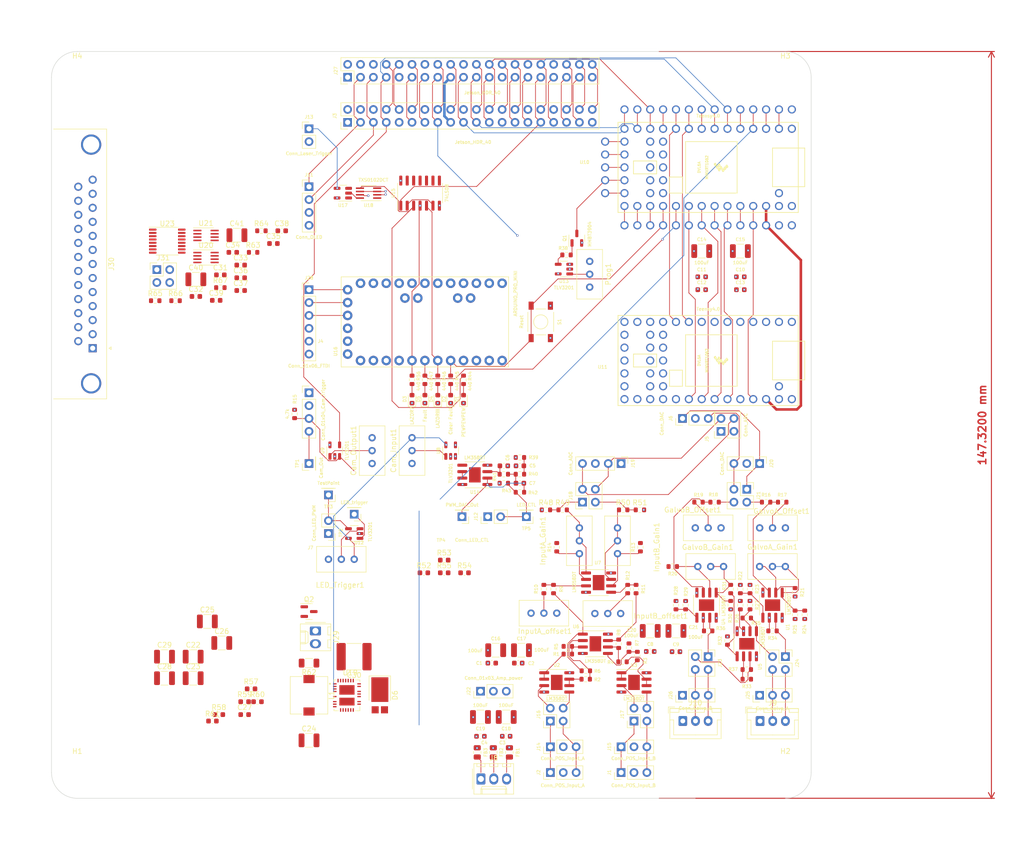
<source format=kicad_pcb>
(kicad_pcb (version 20211014) (generator pcbnew)
  (layers (0 "F.Cu" signal) (1 "In1.Cu" signal) (2 "In2.Cu" signal) (31 "B.Cu" signal) (34 "B.Paste" user) (35 "F.Paste" user) (36 "B.SilkS" user "B.Silkscreen") (37 "F.SilkS" user "F.Silkscreen") (38 "B.Mask" user) (39 "F.Mask" user) (44 "Edge.Cuts" user))
  (net 0 "")
  (net 1 "Net-(J1-Pad1)")
  (net 2 "Net-(J1-Pad3)")
  (net 3 "Net-(C7-Pad2)")
  (net 4 "Net-(J14-Pad1)")
  (net 5 "Net-(J14-Pad3)")
  (net 6 "/OLED_SDA")
  (net 7 "Net-(FB3-Pad2)")
  (net 8 "Net-(FB2-Pad1)")
  (net 9 "Net-(FB1-Pad2)")
  (net 10 "/CAM_EXPOSURE")
  (net 11 "Net-(R1-Pad1)")
  (net 12 "Net-(R1-Pad2)")
  (net 13 "Net-(R2-Pad1)")
  (net 14 "Net-(R2-Pad2)")
  (net 15 "Net-(R3-Pad1)")
  (net 16 "Net-(R3-Pad2)")
  (net 17 "Net-(R4-Pad1)")
  (net 18 "Net-(R4-Pad2)")
  (net 19 "Net-(R11-Pad1)")
  (net 20 "Net-(R10-Pad1)")
  (net 21 "Net-(GalvoA_Gain1-Pad2)")
  (net 22 "Net-(R11-Pad2)")
  (net 23 "Net-(GalvoA_Gain1-Pad1)")
  (net 24 "Net-(GalvoA_Offset1-Pad2)")
  (net 25 "Net-(GalvoB_Gain1-Pad2)")
  (net 26 "+3V3")
  (net 27 "Net-(GalvoB_Gain1-Pad1)")
  (net 28 "Net-(GalvoB_Offset1-Pad2)")
  (net 29 "+15V")
  (net 30 "-15V")
  (net 31 "+5V")
  (net 32 "/CAM_TRIGGER")
  (net 33 "LED_trigger")
  (net 34 "PWM_DAC")
  (net 35 "Net-(R38-Pad1)")
  (net 36 "Net-(C5-Pad2)")
  (net 37 "/MISC1")
  (net 38 "Net-(C6-Pad1)")
  (net 39 "Net-(C7-Pad1)")
  (net 40 "Net-(R6-Pad2)")
  (net 41 "Net-(D1-Pad2)")
  (net 42 "Net-(D2-Pad2)")
  (net 43 "Net-(D3-Pad2)")
  (net 44 "Net-(D4-Pad2)")
  (net 45 "Net-(D5-Pad2)")
  (net 52 "/MISC0")
  (net 53 "Net-(J18-Pad4)")
  (net 54 "Net-(J10-Pad2)")
  (net 55 "Net-(J10-Pad3)")
  (net 56 "Net-(J18-Pad2)")
  (net 57 "Net-(J20-Pad1)")
  (net 58 "Net-(J20-Pad3)")
  (net 59 "Net-(J24-Pad4)")
  (net 60 "Net-(J24-Pad2)")
  (net 61 "Net-(J16-Pad2)")
  (net 62 "Net-(J16-Pad4)")
  (net 63 "Net-(J17-Pad2)")
  (net 64 "Net-(J17-Pad4)")
  (net 65 "Net-(InputA_Gain1-Pad2)")
  (net 66 "Net-(InputA_Gain1-Pad1)")
  (net 67 "Net-(J21-Pad2)")
  (net 68 "Net-(J21-Pad4)")
  (net 69 "Net-(J24-Pad1)")
  (net 70 "Net-(R16-Pad2)")
  (net 71 "Net-(InputA_offset1-Pad2)")
  (net 72 "Net-(R22-Pad2)")
  (net 73 "Net-(InputB_Gain1-Pad2)")
  (net 74 "Net-(R24-Pad2)")
  (net 75 "Net-(J23-Pad1)")
  (net 76 "Net-(J23-Pad3)")
  (net 77 "Net-(R28-Pad2)")
  (net 78 "Net-(R30-Pad2)")
  (net 79 "Net-(R31-Pad2)")
  (net 80 "Net-(R33-Pad2)")
  (net 81 "Net-(J24-Pad3)")
  (net 82 "Net-(R18-Pad2)")
  (net 83 "Net-(InputB_Gain1-Pad1)")
  (net 84 "Net-(R25-Pad2)")
  (net 85 "Net-(R27-Pad2)")
  (net 86 "Net-(InputB_offset1-Pad2)")
  (net 102 "Net-(J28-Pad3)")
  (net 105 "Net-(J28-Pad2)")
  (net 106 "Net-(J28-Pad1)")
  (net 107 "Net-(LED_Trigger1-Pad2)")
  (net 108 "Net-(U15-Pad2)")
  (net 111 "unconnected-(U10-Pad2)")
  (net 112 "unconnected-(U10-Pad3)")
  (net 113 "unconnected-(U10-Pad11)")
  (net 114 "unconnected-(U10-Pad15)")
  (net 115 "unconnected-(U10-Pad19)")
  (net 116 "unconnected-(U10-Pad21)")
  (net 117 "unconnected-(U10-Pad29)")
  (net 160 "SGT_TX")
  (net 161 "SGT_RX")
  (net 162 "SGT_SDA")
  (net 163 "SGT_SCL")
  (net 164 "SGT_LRCLK")
  (net 165 "SGT_BCLK")
  (net 166 "SGT_MCLK")
  (net 167 "SGT_3.3")
  (net 168 "GND")
  (net 169 "Net-(Q1-Pad1)")
  (net 170 "/LAZOR!!!")
  (net 171 "/Prog_Reset")
  (net 172 "/Cam_In")
  (net 173 "/Clear_Fault")
  (net 174 "/Fault")
  (net 175 "Net-(Cam_Input1-Pad2)")
  (net 176 "Net-(Cam_Output1-Pad2)")
  (net 177 "Net-(U17-Pad2)")
  (net 178 "Net-(U14-Pad6)")
  (net 179 "Net-(Prog1-Pad2)")
  (net 180 "Net-(J18-Pad1)")
  (net 181 "Net-(J18-Pad3)")
  (net 182 "/OLED_SCL")
  (net 183 "unconnected-(J27-Pad11)")
  (net 184 "unconnected-(J27-Pad12)")
  (net 185 "unconnected-(J27-Pad13)")
  (net 186 "unconnected-(J27-Pad16)")
  (net 187 "unconnected-(J27-Pad18)")
  (net 188 "unconnected-(J27-Pad22)")
  (net 189 "unconnected-(J27-Pad26)")
  (net 190 "unconnected-(J27-Pad27)")
  (net 191 "unconnected-(J27-Pad28)")
  (net 192 "unconnected-(J27-Pad35)")
  (net 193 "unconnected-(J27-Pad36)")
  (net 194 "unconnected-(J27-Pad37)")
  (net 195 "unconnected-(J27-Pad38)")
  (net 196 "unconnected-(J27-Pad40)")
  (net 199 "/MOSI")
  (net 200 "/MISO")
  (net 201 "/SCK")
  (net 202 "/CS")
  (net 203 "/Laz0r?")
  (net 204 "unconnected-(U10-Pad16)")
  (net 205 "/Veapons_Hot")
  (net 206 "Net-(Q1-Pad3)")
  (net 207 "Net-(L1-Pad1)")
  (net 208 "Net-(L1-Pad2)")
  (net 211 "Net-(U19-Pad12)")
  (net 213 "Net-(U19-Pad27)")
  (net 214 "Net-(D6-Pad1)")
  (net 215 "GND2")
  (net 216 "Net-(U19-Pad25)")
  (net 217 "Net-(U19-Pad3)")
  (net 218 "Net-(U19-Pad35)")
  (net 219 "Net-(U19-Pad36)")
  (net 220 "Net-(U19-Pad30)")
  (net 221 "Net-(U19-Pad34)")
  (net 222 "LED_PWM")
  (net 223 "LED_CTL")
  (net 224 "Net-(U19-Pad23)")
  (net 225 "Net-(U19-Pad2)")
  (net 226 "Net-(J29-Pad1)")
  (net 227 "Net-(R59-Pad2)")
  (net 242 "Net-(C31-Pad2)")
  (net 243 "Net-(C32-Pad1)")
  (net 244 "Net-(C33-Pad1)")
  (net 245 "Net-(C33-Pad2)")
  (net 246 "Net-(C34-Pad1)")
  (net 247 "Net-(C34-Pad2)")
  (net 248 "Net-(C35-Pad1)")
  (net 249 "Net-(C35-Pad2)")
  (net 250 "Net-(C38-Pad1)")
  (net 251 "Net-(C39-Pad1)")
  (net 252 "Jetson_TX")
  (net 253 "Jetson_RX")
  (net 254 "Laser Trigger")
  (net 255 "TxD RS232")
  (net 256 "RxD RS232")
  (net 257 "Laser Power Input")
  (net 258 "System Alarm")
  (net 259 "Red Laser Trigger")
  (net 260 "Current Alarm")
  (net 261 "Temp Alarm")
  (net 262 "Simmer Control")
  (net 263 "Net-(J31-Pad1)")
  (net 264 "Net-(J31-Pad3)")
  (net 265 "Net-(U15-Pad3)")
  (net 266 "Laser power PWM")
  (net 267 "Net-(R66-Pad2)")
  (footprint "Potentiometer_THT:Potentiometer_Bourns_3296W_Vertical" (layer "F.Cu") (at 137.0584 144.78 -90)
    (fp_text reference "InputB_Gain1")
    (fp_text value "50k")
  )
  (footprint "Capacitor_SMD:C_0603_1608Metric" (layer "F.Cu") (at 102.87 146.05)
    (fp_text reference "R53")
    (fp_text value "R_Small_US")
  )
  (footprint "Resistor_SMD:R_0603_1608Metric" (layer "F.Cu") (at 127.254 163.068 180)
    (fp_text reference "R5")
    (fp_text value "10k" hide)
  )
  (footprint "Capacitor_SMD:C_1210_3225Metric" (layer "F.Cu") (at 143.51 160.02)
    (fp_text reference "C20")
    (fp_text value "100uF")
  )
  (footprint "Resistor_SMD:R_0603_1608Metric" (layer "F.Cu") (at 167.64 160.02)
    (fp_text reference "R34")
    (fp_text value "10k" hide)
  )
  (footprint "Potentiometer_THT:Potentiometer_Bourns_3296W_Vertical" (layer "F.Cu") (at 152.898 147.32 180)
    (fp_text reference "GalvoB_Gain1")
    (fp_text value "50k")
  )
  (footprint "Capacitor_SMD:C_0603_1608Metric" (layer "F.Cu") (at 114.631191 127.4572)
    (fp_text reference "C6")
    (fp_text value "330p" hide)
  )
  (footprint "Resistor_SMD:R_0603_1608Metric" (layer "F.Cu") (at 125.070006 143.51 90)
    (fp_text reference "R14")
    (fp_text value "1k" hide)
  )
  (footprint "Package_SO:SOIC-8-1EP_3.9x4.9mm_P1.27mm_EP2.29x3mm" (layer "F.Cu") (at 133.325006 150.495)
    (fp_text reference "U7")
    (fp_text value "LM358DT")
  )
  (footprint "Resistor_SMD:R_0603_1608Metric" (layer "F.Cu") (at 66.81 81.09)
    (fp_text reference "R64")
    (fp_text value "110k")
  )
  (footprint "Resistor_SMD:R_0603_1608Metric" (layer "F.Cu") (at 141.478 136.144)
    (fp_text reference "R51")
    (fp_text value "5k")
  )
  (footprint "Resistor_SMD:R_0603_1608Metric" (layer "F.Cu") (at 148.59 154.94 -90)
    (fp_text reference "R28")
    (fp_text value "10k" hide)
  )
  (footprint "Connector_PinHeader_2.54mm:PinHeader_2x20_P2.54mm_Vertical" (layer "F.Cu") (at 83.82 59.695 90)
    (fp_text reference "J3")
    (fp_text value "Jetson_HDR_40")
  )
  (footprint "Connector_PinHeader_2.54mm:PinHeader_1x01_P2.54mm_Vertical" (layer "F.Cu") (at 85.1175 137 180)
    (fp_text reference "TP2")
    (fp_text value "LED_trigger")
  )
  (footprint "Capacitor_SMD:C_0603_1608Metric" (layer "F.Cu") (at 63.5 176.53)
    (fp_text reference "C27")
    (fp_text value "4.7uF")
  )
  (footprint "Project:CONV_LT3958EUHE#PBF" (layer "F.Cu") (at 83.68 172.72)
    (fp_text reference "U19")
    (fp_text value "LT3956")
  )
  (footprint "Capacitor_SMD:C_1210_3225Metric" (layer "F.Cu") (at 53.88 90.66)
    (fp_text reference "C40")
    (fp_text value "100uF")
  )
  (footprint "Connector_PinHeader_2.54mm:PinHeader_1x03_P2.54mm_Vertical" (layer "F.Cu") (at 165.1 127 -90)
    (fp_text reference "J20")
    (fp_text value "Conn_DAC")
  )
  (footprint "Package_SO:SOIC-14_3.9x8.7mm_P1.27mm" (layer "F.Cu") (at 98.11 73.66 90)
    (fp_text reference "U15")
    (fp_text value "74LS08")
  )
  (footprint "Resistor_SMD:R_0603_1608Metric" (layer "F.Cu") (at 162.56 157.48)
    (fp_text reference "R35")
    (fp_text value "10k" hide)
  )
  (footprint "Connector_PinHeader_2.54mm:PinHeader_2x02_P2.54mm_Vertical" (layer "F.Cu") (at 162.56 132.08 -90)
    (fp_text reference "J21")
    (fp_text value "Conn_02x02_Odd_Even" hide)
  )
  (footprint "Diode_SMD:D_PowerDI-5" (layer "F.Cu") (at 90.17 172.72 -90)
    (fp_text reference "D6")
    (fp_text value "PD3100")
  )
  (footprint "Capacitor_SMD:C_0603_1608Metric" (layer "F.Cu") (at 58.42 176.53)
    (fp_text reference "R58")
    (fp_text value "100k")
  )
  (footprint "Potentiometer_THT:Potentiometer_Bourns_3296W_Vertical" (layer "F.Cu") (at 165.1 139.7 180)
    (fp_text reference "GalvoA_Offset1")
    (fp_text value "50k")
  )
  (footprint "Resistor_SMD:R_0603_1608Metric" (layer "F.Cu") (at 166.37 134.62)
    (fp_text reference "R16")
    (fp_text value "12k" hide)
  )
  (footprint "Package_SO:SOIC-8-1EP_3.9x4.9mm_P1.27mm_EP2.29x3mm" (layer "F.Cu") (at 108.9152 129.2352 180)
    (fp_text reference "U14")
    (fp_text value "LM358DT")
  )
  (footprint "Capacitor_SMD:C_0603_1608Metric" (layer "F.Cu") (at 153.67 92.71)
    (fp_text reference "C12")
    (fp_text value ".01u" hide)
  )
  (footprint "Connector_PinHeader_2.54mm:PinHeader_1x02_P2.54mm_Vertical" (layer "F.Cu") (at 80.0375 140.81 180)
    (fp_text reference "J7")
    (fp_text value "Conn_LED_PWM")
  )
  (footprint "Connector_PinHeader_2.54mm:PinHeader_2x02_P2.54mm_Vertical" (layer "F.Cu") (at 154.94 165.1 -90)
    (fp_text reference "J23")
    (fp_text value "Conn_02x02_Odd_Even" hide)
  )
  (footprint "Package_SO:SSOP-8_2.95x2.8mm_P0.65mm" (layer "F.Cu") (at 87.95 73.66 180)
    (fp_text reference "U18")
    (fp_text value "TXS0102DCT")
  )
  (footprint "Connector_PinHeader_2.54mm:PinHeader_1x03_P2.54mm_Vertical" (layer "F.Cu") (at 110.035 171.92 90)
    (fp_text reference "J22")
    (fp_text value "Conn_01x03_Amp_power")
  )
  (footprint "Connector_PinHeader_2.54mm:PinHeader_2x02_P2.54mm_Vertical" (layer "F.Cu") (at 170.18 165.1 -90)
    (fp_text reference "J24")
    (fp_text value "Conn_02x02_Odd_Even" hide)
  )
  (footprint "Capacitor_SMD:C_1210_3225Metric" (layer "F.Cu") (at 115.1 177 180)
    (fp_text reference "C18")
    (fp_text value "100uF")
  )
  (footprint "Potentiometer_THT:Potentiometer_Bourns_3296W_Vertical" (layer "F.Cu") (at 96.52 121.91 90)
    (fp_text reference "Cam_Input1")
    (fp_text value "50k")
  )
  (footprint "Package_TO_SOT_SMD:SOT-23-5" (layer "F.Cu") (at 81.28 124.46 90)
    (fp_text reference "U9")
    (fp_text value "TLV3201")
  )
  (footprint "Resistor_SMD:R_0603_1608Metric" (layer "F.Cu") (at 106.68 110.49 90)
    (fp_text reference "R44")
    (fp_text value "440")
  )
  (footprint "Package_SO:SOIC-8-1EP_3.9x4.9mm_P1.27mm_EP2.29x3mm" (layer "F.Cu") (at 162.56 162.56 -90)
    (fp_text reference "U5")
    (fp_text value "LM358DT")
  )
  (footprint "Potentiometer_THT:Potentiometer_Bourns_3296W_Vertical" (layer "F.Cu") (at 88.646 121.92 90)
    (fp_text reference "Cam_Output1")
    (fp_text value "50k")
  )
  (footprint "Potentiometer_THT:Potentiometer_Bourns_3296W_Vertical" (layer "F.Cu") (at 129.54 144.78 -90)
    (fp_text reference "InputA_Gain1")
    (fp_text value "50k")
  )
  (footprint "Connector_PinHeader_2.54mm:PinHeader_2x20_P2.54mm_Vertical" (layer "F.Cu") (at 83.82 50.8 90)
    (fp_text reference "J27")
    (fp_text value "Jetson_HDR_40")
  )
  (footprint "Connector_PinHeader_2.54mm:PinHeader_1x01_P2.54mm_Vertical" (layer "F.Cu") (at 119.0752 137.4902 180)
    (fp_text reference "TP5")
    (fp_text value "LED_CTL")
  )
  (footprint "Connector_PinHeader_2.54mm:PinHeader_1x03_P2.54mm_Vertical" (layer "F.Cu") (at 123.815 182.88 90)
    (fp_text reference "J14")
    (fp_text value "Conn_POS_input_A")
  )
  (footprint "Capacitor_SMD:C_0603_1608Metric" (layer "F.Cu") (at 117.475 166.37)
    (fp_text reference "C2")
    (fp_text value ".01u" hide)
  )
  (footprint "Potentiometer_THT:Potentiometer_Bourns_3296W_Vertical" (layer "F.Cu") (at 152.4 139.7 180)
    (fp_text reference "GalvoB_Offset1")
    (fp_text value "50k")
  )
  (footprint "Resistor_SMD:R_0603_1608Metric" (layer "F.Cu") (at 140.716 151.765 90)
    (fp_text reference "R11")
    (fp_text value "12k" hide)
  )
  (footprint "Resistor_SMD:R_0603_1608Metric" (layer "F.Cu") (at 138.176 136.144)
    (fp_text reference "R50")
    (fp_text value "5k")
  )
  (footprint "Connector_PinHeader_2.54mm:PinHeader_1x04_P2.54mm_Vertical" (layer "F.Cu") (at 137.77 127 -90)
    (fp_text reference "J19")
    (fp_text value "Conn_ADC")
  )
  (footprint "Connector_Molex:Molex_KK-254_AE-6410-03A_1x03_P2.54mm_Vertical" (layer "F.Cu") (at 110.109 189.23)
    (fp_text reference "J8")
    (fp_text value "Conn_Galvo_Power")
  )
  (footprint "Resistor_SMD:R_0603_1608Metric" (layer "F.Cu") (at 158.75 161.925 -90)
    (fp_text reference "R32")
    (fp_text value "10k" hide)
  )
  (footprint "Package_SO:SOIC-8-1EP_3.9x4.9mm_P1.27mm_EP2.29x3mm" (layer "F.Cu") (at 125.070006 170.18)
    (fp_text reference "U2")
    (fp_text value "LM358DT")
  )
  (footprint "Project:CDRH74" (layer "F.Cu") (at 76.2 172.72 -90)
    (fp_text reference "L1")
    (fp_text value "22u")
  )
  (footprint "Capacitor_SMD:C_0603_1608Metric" (layer "F.Cu") (at 66.04 173.99)
    (fp_text reference "R60")
    (fp_text value "4.7nF1")
  )
  (footprint "Capacitor_SMD:C_0603_1608Metric" (layer "F.Cu") (at 161.29 90.17)
    (fp_text reference "C10")
    (fp_text value "1u" hide)
  )
  (footprint "Capacitor_SMD:C_1210_3225Metric" (layer "F.Cu") (at 153.67 85.09)
    (fp_text reference "C14")
    (fp_text value "100uF")
  )
  (footprint "Capacitor_SMD:C_0603_1608Metric" (layer "F.Cu") (at 64.77 171.45)
    (fp_text reference "R57")
    (fp_text value "10k")
  )
  (footprint "Resistor_SMD:R_0603_1608Metric" (layer "F.Cu") (at 117.8052 125.8062)
    (fp_text reference "R39")
    (fp_text value "12k" hide)
  )
  (footprint "Package_SO:SOIC-8-1EP_3.9x4.9mm_P1.27mm_EP2.29x3mm" (layer "F.Cu") (at 140.310006 170.18)
    (fp_text reference "U3")
    (fp_text value "LM358DT")
  )
  (footprint "Diode_SMD:D_0603_1608Metric" (layer "F.Cu") (at 96.52 114.3 90)
    (fp_text reference "D3")
    (fp_text value "LAZOR?")
  )
  (footprint "Capacitor_SMD:C_0603_1608Metric" (layer "F.Cu") (at 117.8052 127.4572)
    (fp_text reference "C5")
    (fp_text value ".0047u" hide)
  )
  (footprint "Connector_PinHeader_2.54mm:PinHeader_1x03_P2.54mm_Vertical" (layer "F.Cu") (at 149.875 172.72 90)
    (fp_text reference "J26")
    (fp_text value "Conn_Galvo_B")
  )
  (footprint "Resistor_SMD:R_0603_1608Metric" (layer "F.Cu") (at 156.21 134.62 180)
    (fp_text reference "R18")
    (fp_text value "12k" hide)
  )
  (footprint "Capacitor_SMD:C_0603_1608Metric" (layer "F.Cu") (at 58.71 89.79)
    (fp_text reference "C31")
    (fp_text value ".0047u")
  )
  (footprint "Capacitor_SMD:C_0603_1608Metric" (layer "F.Cu") (at 98.86 148.56)
    (fp_text reference "R52")
    (fp_text value "R_Small_US")
  )
  (footprint "Resistor_SMD:R_0603_1608Metric" (layer "F.Cu") (at 114.631191 130.8862 180)
    (fp_text reference "R43")
    (fp_text value "2.8k" hide)
  )
  (footprint "Resistor_SMD:R_0603_1608Metric" (layer "F.Cu") (at 161.29 151.765 -90)
    (fp_text reference "R22")
    (fp_text value "10k" hide)
  )
  (footprint "Resistor_SMD:R_0603_1608Metric" (layer "F.Cu") (at 126.238 136.144)
    (fp_text reference "R49")
    (fp_text value "5k")
  )
  (footprint "Connector_Dsub:DSUB-25_Female_Horizontal_P2.77x2.84mm_EdgePinOffset4.94mm_Housed_MountingHolesOffset7.48mm" (layer "F.Cu") (at 33.520331 104.255 -90)
    (fp_text reference "J30")
    (fp_text value "DB25_Female_MountingHoles")
  )
  (footprint "Project:MODULE_ARDUINO_PRO_MINI" (layer "F.Cu") (at 99.06 99.06 90)
    (fp_text reference "U16")
    (fp_text value "ARDUINO_PRO_MINI")
  )
  (footprint "Capacitor_SMD:C_0603_1608Metric" (layer "F.Cu") (at 61.16 85.34)
    (fp_text reference "C34")
    (fp_text value "0.1u")
  )
  (footprint "Resistor_SMD:R_0603_1608Metric" (layer "F.Cu") (at 162.56 167.64)
    (fp_text reference "R37")
    (fp_text value "10k" hide)
  )
  (footprint "Connector_PinHeader_2.54mm:PinHeader_1x02_P2.54mm_Vertical" (layer "F.Cu") (at 111.4552 137.4902 90)
    (fp_text reference "J12")
    (fp_text value "Conn_LED_CTL")
  )
  (footprint "Capacitor_SMD:C_1210_3225Metric" (layer "F.Cu") (at 53.34 165.1)
    (fp_text reference "C22")
    (fp_text value "100uF")
  )
  (footprint "Capacitor_SMD:C_1210_3225Metric" (layer "F.Cu") (at 58.99 162.4)
    (fp_text reference "C26")
    (fp_text value "100uF")
  )
  (footprint "Connector_PinHeader_2.54mm:PinHeader_2x02_P2.54mm_Vertical" (layer "F.Cu") (at 157.48 120.65 90)
    (fp_text reference "J5")
    (fp_text value "Conn_ADC")
  )
  (footprint "Resistor_SMD:R_0603_1608Metric" (layer "F.Cu") (at 159.385 154.94 -90)
    (fp_text reference "R30")
    (fp_text value "10k" hide)
  )
  (footprint "Capacitor_SMD:C_0603_1608Metric" (layer "F.Cu") (at 57.89 94.81)
    (fp_text reference "C39")
    (fp_text value "0.1u")
  )
  (footprint "Capacitor_SMD:C_0603_1608Metric" (layer "F.Cu") (at 161.29 92.71)
    (fp_text reference "C13")
    (fp_text value ".01u" hide)
  )
  (footprint "Capacitor_SMD:C_0603_1608Metric" (layer "F.Cu") (at 62.72 90.36)
    (fp_text reference "C36")
    (fp_text value ".01u")
  )
  (footprint "Connector_PinHeader_2.54mm:PinHeader_2x02_P2.54mm_Vertical" (layer "F.Cu") (at 130.150006 134.62 90)
    (fp_text reference "J18")
    (fp_text value "Conn_02x02_Odd_Even" hide)
  )
  (footprint "Resistor_SMD:R_0603_1608Metric" (layer "F.Cu") (at 141.580006 143.51 90)
    (fp_text reference "R13")
    (fp_text value "1k" hide)
  )
  (footprint "MountingHole:MountingHole_3.2mm_M3" (layer "F.Cu") (at 30.48 50.8)
    (fp_text reference "H4")
    (fp_text value "MountingHole")
  )
  (footprint "Capacitor_SMD:C_1210_3225Metric" (layer "F.Cu") (at 76.2 181.61)
    (fp_text reference "C24")
    (fp_text value "100uF")
  )
  (footprint "Package_TO_SOT_SMD:SOT-23-5" (layer "F.Cu") (at 104.14 124.46 90)
    (fp_text reference "U8")
    (fp_text value "TLV3201")
  )
  (footprint "Connector_PinHeader_2.54mm:PinHeader_1x03_P2.54mm_Vertical" (layer "F.Cu") (at 165.1 172.72 90)
    (fp_text reference "J25")
    (fp_text value "Conn_Galvo_A")
  )
  (footprint "Resistor_SMD:R_0603_1608Metric" (layer "F.Cu") (at 45.86 94.88)
    (fp_text reference "R65")
    (fp_text value "36k")
  )
  (footprint "Resistor_SMD:R_0603_1608Metric" (layer "F.Cu") (at 49.87 94.88)
    (fp_text reference "R66")
    (fp_text value "91k")
  )
  (footprint "Diode_SMD:D_0603_1608Metric" (layer "F.Cu") (at 101.6 114.3 90)
    (fp_text reference "D4")
    (fp_text value "LAZOR!!!")
  )
  (footprint "Resistor_SMD:R_0603_1608Metric" (layer "F.Cu") (at 154.94 160.02)
    (fp_text reference "R36")
    (fp_text value "10k" hide)
  )
  (footprint "Connector_PinHeader_2.54mm:PinHeader_1x03_P2.54mm_Vertical" (layer "F.Cu") (at 149.875 118.11 90)
    (fp_text reference "J6")
    (fp_text value "Conn_DAC")
  )
  (footprint "Resistor_SMD:R_0603_1608Metric" (layer "F.Cu") (at 137.287 162.56 90)
    (fp_text reference "R8")
    (fp_text value "10k" hide)
  )
  (footprint "Resistor_SMD:R_0603_1608Metric" (layer "F.Cu") (at 101.6 110.49 90)
    (fp_text reference "R46")
    (fp_text value "440")
  )
  (footprint "Capacitor_SMD:C_0603_1608Metric" (layer "F.Cu") (at 143.51 164.080012)
    (fp_text reference "C8")
    (fp_text value ".01u" hide)
  )
  (footprint "Package_TO_SOT_SMD:SOT-23" (layer "F.Cu") (at 129.032 82.55 90)
    (fp_text reference "Q1")
    (fp_text value "MMBT3904")
  )
  (footprint "MountingHole:MountingHole_3.2mm_M3" (layer "F.Cu") (at 170.18 50.8)
    (fp_text reference "H3")
    (fp_text value "MountingHole")
  )
  (footprint "Diode_SMD:D_0603_1608Metric" (layer "F.Cu") (at 104.14 114.3 90)
    (fp_text reference "D2")
    (fp_text value "Clear Fault")
  )
  (footprint "Connector_PinHeader_2.54mm:PinHeader_1x03_P2.54mm_Vertical" (layer "F.Cu") (at 137.77 182.88 90)
    (fp_text reference "J15")
    (fp_text value "Conn_POS_input_B")
  )
  (footprint "Resistor_SMD:R_0603_1608Metric" (layer "F.Cu") (at 159.385 151.765 -90)
    (fp_text reference "R31")
    (fp_text value "10k" hide)
  )
  (footprint "Connector_Molex:Molex_KK-254_AE-6410-02A_1x02_P2.54mm_Vertical" (layer "F.Cu") (at 77.47 160.02 -90)
    (fp_text reference "J29")
    (fp_text value "Conn_LED_Power")
  )
  (footprint "Capacitor_SMD:C_0603_1608Metric" (layer "F.Cu") (at 112.254995 166.37)
    (fp_text reference "C1")
    (fp_text value ".01u" hide)
  )
  (footprint "Resistor_SMD:R_0603_1608Metric" (layer "F.Cu") (at 122.530006 151.765 -90)
    (fp_text reference "R10")
    (fp_text value "12k" hide)
  )
  (footprint "Potentiometer_THT:Potentiometer_Bourns_3296W_Vertical" (layer "F.Cu") (at 137.678 156.591)
    (fp_text reference "InputB_offset1")
    (fp_text value "50k")
  )
  (footprint "Resistor_SMD:R_0603_1608Metric" (layer "F.Cu") (at 139.065 151.765 90)
    (fp_text reference "R12")
    (fp_text value "12k" hide)
  )
  (footprint "Resistor_SMD:R_0603_1608Metric" (layer "F.Cu") (at 127.254 164.592)
    (fp_text reference "R1")
    (fp_text value "10k" hide)
  )
  (footprint "Capacitor_SMD:C_0603_1608Metric" (layer "F.Cu") (at 62.72 87.85)
    (fp_text reference "C33")
    (fp_text value ".0022u")
  )
  (footprint "Capacitor_SMD:C_0603_1608Metric" (layer "F.Cu") (at 69.18 83.6)
    (fp_text reference "C35")
    (fp_text value "0.1u")
  )
  (footprint "Capacitor_SMD:C_1210_3225Metric" (layer "F.Cu") (at 118.11 163.83)
    (fp_text reference "C17")
    (fp_text value "100uF")
  )
  (footprint "Connector_PinHeader_2.54mm:PinHeader_2x02_P2.54mm_Vertical" (layer "F.Cu") (at 123.800006 177.805004 90)
    (fp_text reference "J16")
    (fp_text value "Conn_02x02_Odd_Even" hide)
  )
  (footprint "Connector_PinHeader_2.54mm:PinHeader_1x02_P2.54mm_Vertical" (layer "F.Cu") (at 76.2 60.96)
    (fp_text reference "J13")
    (fp_text value "Conn_Laser_Trigger")
  )
  (footprint "Capacitor_SMD:C_0603_1608Metric" (layer "F.Cu") (at 102.87 148.56)
    (fp_text reference "R55")
    (fp_text value "R_Small_US")
  )
  (footprint "Connector_PinHeader_2.54mm:PinHeader_1x06_P2.54mm_Vertical" (layer "F.Cu") (at 76.2 92.71)
    (fp_text reference "J28")
    (fp_text value "Conn_01x06_FTDI")
  )
  (footprint "Capacitor_SMD:C_1210_3225Metric" (layer "F.Cu") (at 61.98 81.96)
    (fp_text reference "C41")
    (fp_text value "100uF")
  )
  (footprint "Resistor_SMD:R_0805_2012Metric" (layer "F.Cu") (at 109.384998 183.985002 -90)
    (fp_text reference "FB3")
    (fp_text value "GZ2012D601TF" hide)
  )
  (footprint "Resistor_SMD:R_0603_1608Metric" (layer "F.Cu") (at 172.085 156.845 -90)
    (fp_text reference "R25")
    (fp_text value "10k" hide)
  )
  (footprint "Package_TO_SOT_SMD:SOT-23-5" (layer "F.Cu") (at 85.1175 140.81 180)
    (fp_text reference "U12")
    (fp_text value "TLV3201")
  )
  (footprint "Package_SO:TSSOP-16_4.4x5mm_P0.65mm" (layer "F.Cu") (at 48.23 83.13)
    (fp_text reference "U23")
    (fp_text value "SP3232EEY-L/TR")
  )
  (footprint "Package_TO_SOT_SMD:SOT-23-5" (layer "F.Cu") (at 82.87 73.66 180)
    (fp_text reference "U17")
    (fp_text value "74LVC1G34")
  )
  (footprint "Resistor_SMD:R_0603_1608Metric" (layer "F.Cu") (at 117.8052 129.1082 180)
    (fp_text reference "R40")
    (fp_text value "110k" hide)
  )
  (footprint "Resistor_SMD:R_0603_1608Metric" (layer "F.Cu") (at 73.3552 117.221 -90)
    (fp_text reference "R15")
    (fp_text value "4.7k")
  )
  (footprint "Resistor_SMD:R_0603_1608Metric" (layer "F.Cu") (at 150.495 154.94 -90)
    (fp_text reference "R29")
    (fp_text value "10k" hide)
  )
  (footprint "Resistor_SMD:R_0603_1608Metric" (layer "F.Cu") (at 138.049 166.116 180)
    (fp_text reference "R4")
    (fp_text value "10k" hide)
  )
  (footprint "Resistor_SMD:R_0603_1608Metric" (layer "F.Cu") (at 172.085 152.4 -90)
    (fp_text reference "R21")
    (fp_text value "1k" hide)
  )
  (footprint "Potentiometer_THT:Potentiometer_Bourns_3296W_Vertical" (layer "F.Cu") (at 131.572 92.202 -90)
    (fp_text reference "Prog1")
    (fp_text value "50k")
  )
  (footprint "Capacitor_SMD:C_1210_3225Metric" (layer "F.Cu") (at 113.03 163.83)
    (fp_text reference "C16")
    (fp_text value "100uF")
  )
  (footprint "Connector_PinHeader_2.54mm:PinHeader_1x04_P2.54mm_Vertical" (layer "F.Cu") (at 76.2 72.39)
    (fp_text reference "J11")
    (fp_text value "Conn_OLED")
  )
  (footprint "Connector_PinHeader_2.54mm:PinHeader_1x01_P2.54mm_Vertical" (layer "F.Cu") (at 76.2 127 90)
    (fp_text reference "TP1")
    (fp_text value "Cam_Out")
  )
  (footprint "Connector_PinHeader_2.54mm:PinHeader_1x01_P2.54mm_Vertical" (layer "F.Cu") (at 80.0375 133.19 180)
    (fp_text reference "TP3")
    (fp_text value "TestPoint")
  )
  (footprint "teensy:Teensy40" (layer "F.Cu") (at 154.94 106.68 180)
    (fp_text reference "U11")
    (fp_text value "Teensy4.0")
  )
  (footprint "Capacitor_SMD:C_0603_1608Metric" (layer "F.Cu") (at 117.8052 130.8862 180)
    (fp_text reference "C7")
    (fp_text value ".0022u" hide)
  )
  (footprint "Resistor_SMD:R_0603_1608Metric" (layer "F.Cu") (at 169.545 134.62)
    (fp_text reference "R17")
    (fp_text value "12k" hide)
  )
  (footprint "Connector_PinHeader_2.54mm:PinHeader_2x02_P2.54mm_Vertical" (layer "F.Cu") (at 46.18 88.75)
    (fp_text reference "J31")
    (fp_text value "Conn_02x02_Odd_Even")
  )
  (footprint "Resistor_SMD:R_0603_1608Metric" (layer "F.Cu") (at 130.785006 169.545)
    (fp_text reference "R2")
    (fp_text value "10k" hide)
  )
  (footprint "Resistor_SMD:R_0603_1608Metric" (layer "F.Cu") (at 124.435006 151.765 90)
    (fp_text reference "R9")
    (fp_text value "12k" hide)
  )
  (footprint "Resistor_SMD:R_0603_1608Metric" (layer "F.Cu") (at 153.035 134.62)
    (fp_text reference "R19")
    (fp_text value "12k" hide)
  )
  (footprint "MountingHole:MountingHole_3.2mm_M3" (layer "F.Cu") (at 30.48 187.96)
    (fp_text reference "H1")
    (fp_text value "MountingHole")
  )
  (footprint "Resistor_SMD:R_0603_1608Metric" (layer "F.Cu") (at 114.631191 129.1082 180)
    (fp_text reference "R41")
    (fp_text value "36k" hide)
  )
  (footprint "Capacitor_SMD:C_2220_5650Metric" (layer "F.Cu") (at 85.09 165.1 180)
    (fp_text reference "C30")
    (fp_text value "22uF")
  )
  (footprint "Capacitor_SMD:C_0603_1608Metric" (layer "F.Cu") (at 63.5 173.99)
    (fp_text reference "R59")
    (fp_text value "33k1")
  )
  (footprint "Resistor_SMD:R_0603_1608Metric" (layer "F.Cu") (at 117.8052 132.6642 180)
    (fp_text reference "R42")
    (fp_text value "1.4k" hide)
  )
  (footprint "Resistor_SMD:R_0603_1608Metric" (layer "F.Cu") (at 139.319 163.322 90)
    (fp_text reference "R7")
    (fp_text value "10k" hide)
  )
  (footprint "Connector_JST:JST_XH_B3B-XH-A_1x03_P2.50mm_Vertical" (layer "F.Cu") (at 165.18 177.8)
    (fp_text reference "J9")
    (fp_text value "Conn_Galvo_A")
  )
  (footprint "Package_TO_SOT_SMD:SOT-23-5" (layer "F.Cu") (at 126.492 88.646 180)
    (fp_text reference "U13")
    (fp_text value "TLV3201")
  )
  (footprint "Resistor_SMD:R_0603_1608Metric" (layer "F.Cu") (at 104.14 110.49 90)
    (fp_text reference "R45")
    (fp_text value "440")
  )
  (footprint "Capacitor_SMD:C_0603_1608Metric" (layer "F.Cu") (at 153.67 90.17)
    (fp_text reference "C11")
    (fp_text value "1u" hide)
  )
  (footprint "Resistor_SMD:R_0603_1608Metric" (layer "F.Cu") (at 163.195 154.94 -90)
    (fp_text reference "R27")
    (fp_text value "10k" hide)
  )
  (footprint "Capacitor_SMD:C_0603_1608Metric" (layer "F.Cu") (at 110.019998 180.810002 180)
    (fp_text reference "C4")
    (fp_text value ".01u" hide)
  )
  (footprint "Connector_PinHeader_2.54mm:PinHeader_2x02_P2.54mm_Vertical" (layer "F.Cu") (at 140.310006 177.8 90)
    (fp_text reference "J17")
    (fp_text value "Conn_02x02_Odd_Even" hide)
  )
  (footprint "Capacitor_SMD:C_1210_3225Metric" (layer "F.Cu") (at 161.29 85.09)
    (fp_text reference "C15")
    (fp_text value "100uF")
  )
  (footprint "Potentiometer_THT:Potentiometer_Bourns_3296W_Vertical" (layer "F.Cu") (at 85.1175 145.89)
    (fp_text reference "LED_Trigger1")
    (fp_text value "50k")
  )
  (footprint "Resistor_SMD:R_0603_1608Metric" (layer "F.Cu") (at 173.99 156.845 -90)
    (fp_text reference "R24")
    (fp_text value "10k" hide)
  )
  (footprint "Resistor_SMD:R_0603_1608Metric" (layer "F.Cu") (at 130.81 167.894 180)
    (fp_text reference "R6")
    (fp_text value "10k" hide)
  )
  (footprint "Capacitor_SMD:C_1210_3225Metric" (layer "F.Cu") (at 110.02 177 180)
    (fp_text reference "C19")
    (fp_text value "100uF")
  )
  (footprint "Diode_SMD:D_0603_1608Metric" (layer "F.Cu") (at 106.68 114.3 90)
    (fp_text reference "D1")
    (fp_text value "PEWPEWPEW")
  )
  (footprint "Capacitor_SMD:C_0603_1608Metric" (layer "F.Cu") (at 115.099998 180.810002 180)
    (fp_text reference "C3")
    (fp_text value ".01u" hide)
  )
  (footprint "Resistor_SMD:R_0805_2012Metric" (layer "F.Cu") (at 115.734998 183.985002 -90)
    (fp_text reference "FB1")
    (fp_text value "GZ2012D601TF" hide)
  )
  (footprint "Capacitor_SMD:C_1210_3225Metric" (layer "F.Cu") (at 47.69 169.35)
    (fp_text reference "C28")
    (fp_text value "100uF")
  )
  (footprint "Resistor_SMD:R_0603_1608Metric" (layer "F.Cu") (at 96.52 110.49 90)
    (fp_text reference "R56")
    (fp_text value "440")
  )
  (footprint "Resistor_SMD:R_0603_1608Metric" (layer "F.Cu") (at 147.955 147.32 180)
    (fp_text reference "R20")
    (fp_text value "1k" hide)
  )
  (footprint "Package_SO:SOIC-8-1EP_3.9x4.9mm_P1.27mm_EP2.29x3mm" (layer "F.Cu") (at 154.620011 154.94 -90)
    (fp_text reference "U4")
    (fp_text value "LM358DT")
  )
  (footprint "Potentiometer_THT:Potentiometer_Bourns_3296W_Vertical" (layer "F.Cu") (at 125.0796 156.5148)
    (fp_text reference "InputA_offset1")
    (fp_text value "50k")
  )
  (footprint "Capacitor_SMD:C_0603_1608Metric" (layer "F.Cu") (at 148.59 164.119992)
    (fp_text reference "C9")
    (fp_text value ".01u" hide)
  )
  (footprint "Connector_PinHeader_2.54mm:PinHeader_1x01_P2.54mm_Vertical" (layer "F.Cu") (at 106.3752 137.4902 180)
    (fp_text reference "TP4")
    (fp_text value "PWM_DAC_Out")
  )
  (footprint "teensy:Teensy40" (layer "F.Cu") (at 154.94 68.58 180)
    (fp_text reference "U10")
    (fp_text value "Teensy4.0")
  )
  (footprint "Potentiometer_THT:Potentiometer_Bourns_3296W_Vertical" (layer "F.Cu") (at 165.09 147.32 180)
    (fp_text reference "GalvoA_Gain1")
    (fp_text value "50k")
  )
  (footprint "Capacitor_SMD:C_1210_3225Metric" (layer "F.Cu") (at 53.34 169.35)
    (fp_text reference "C23")
    (fp_text value "100uF")
  )
  (footprint "Resistor_SMD:R_1206_3216Metric" (layer "F.Cu") (at 76.2 166.37 180)
    (fp_text reference "R62")
    (fp_text value "0.147")
  )
  (footprint "Package_SO:SOIC-8-1EP_3.9x4.9mm_P1.27mm_EP2.29x3mm" (layer "F.Cu") (at 132.690006 162.56)
    (fp_text reference "U6")
    (fp_text value "LM358DT")
  )
  (footprint "Package_TO_SOT_SMD:SOT-23" (layer "F.Cu") (at 76.2 156.21)
    (fp_text reference "Q2")
    (fp_text value "AO3400A")
  )
  (footprint "Resistor_SMD:R_0603_1608Metric" (layer "F.Cu") (at 58.71 92.3)
    (fp_text reference "R67")
    (fp_text value "47k")
  )
  (footprint "Resistor_SMD:R_0603_1608Metric" (layer "F.Cu") (at 140.97 164.973 90)
    (fp_text reference "R3")
    (fp_text value "10k" hide)
  )
  (footprint "Capacitor_SMD:C_0603_1608Metric" (layer "F.Cu") (at 62.72 92.87)
    (fp_text reference "C37")
    (fp_text value ".01u")
  )
  (footprint "Resistor_SMD:R_0603_1608Metric" (layer "F.Cu") (at 99.06 110.49 90)
    (fp_text reference "R47")
    (fp_text value "440")
  )
  (footprint "Capacitor_SMD:C_1210_3225Metric" (layer "F.Cu") (at 148.59 160.02)
    (fp_text reference "C21")
    (fp_text value "100uF")
  )
  (footprint "Resistor_SMD:R_0603_1608Metric" (layer "F.Cu") (at 122.936 136.144)
    (fp_text reference "R48")
    (fp_text value "5k")
  )
  (footprint "Resistor_SMD:R_0603_1608Metric" (layer "F.Cu") (at 161.29 154.94 -90)
    (fp_text reference "R26")
    (fp_text value "10k" hide)
  )
  (footprint "Capacitor_SMD:C_1210_3225Metric" (layer "F.Cu") (at 56.14 158.15)
    (fp_text reference "C25")
    (fp_text value "100uF")
  )
  (footprint "Package_SO:SSOP-8_2.95x2.8mm_P0.65mm" (layer "F.Cu") (at 55.88 82.01)
    (fp_text reference "U21")
    (fp_text value "TXS0102DCT")
  )
  (footprint "Package_SO:SOIC-8-1EP_3.9x4.9mm_P1.27mm_EP2.29x3mm" (layer "F.Cu") (at 167.64 154.94 -90)
    (fp_text reference "U1")
    (fp_text value "LM358DT")
  )
  (footprint "Resistor_SMD:R_0603_1608Metric" (layer "F.Cu") (at 127 85.852)
    (fp_text reference "R38")
    (fp_text value "4.7k" hide)
  )
  (footprint "Project:SW_PTS525SM15SMTR2LFS" (layer "F.Cu") (at 121.92 99.06 -90)
    (fp_text reference "S1")
    (fp_text value "Reset")
  )
  (footprint "Resistor_SMD:R_0603_1608Metric" (layer "F.Cu") (at 163.195 151.765 -90)
    (fp_text reference "R23")
    (fp_text value "10k" hide)
  )
  (footprint "Capacitor_SMD:C_0603_1608Metric" (layer "F.Cu") (at 53.88 94.04)
    (fp_text reference "C32")
    (fp_text value "330p")
  )
  (footprint "Connector_PinHeader_2.54mm:PinHeader_1x04_P2.54mm_Vertical" (layer "F.Cu") (at 76.2 113.04)
    (fp_text reference "J4")
    (fp_text value "Conn_01x04_Cam_Trigger")
  )
  (footprint "Resistor_SMD:R_0603_1608Metric" (layer "F.Cu") (at 162.56 169.545 180)
    (fp_text reference "R33")
    (fp_text value "10k" hide)
  )
  (footprint "MountingHole:MountingHole_3.2mm_M3" (layer "F.Cu") (at 170.18 187.96)
    (fp_text reference "H2")
    (fp_text value "MountingHole")
  )
  (footprint "Resistor_SMD:R_0805_2012Metric" (layer "F.Cu") (at 112.559998 183.985002 90)
    (fp_text reference "FB2")
    (fp_text value "GZ2012D601TF" hide)
  )
  (footprint "Diode_SMD:D_0603_1608Metric" (layer "F.Cu") (at 99.06 114.3 90)
    (fp_text reference "D5")
    (fp_text value "Fault")
  )
  (footprint "Connector_PinHeader_2.54mm:PinHeader_1x03_P2.54mm_Vertical" (layer "F.Cu") (at 137.77 187.96 90)
    (fp_text reference "J1")
    (fp_text value "Conn_POS_input_B")
  )
  (footprint "Connector_JST:JST_XH_B3B-XH-A_1x03_P2.50mm_Vertical" (layer "F.Cu") (at 149.94 177.783)
    (fp_text reference "J10")
    (fp_text value "Conn_Galvo_B")
  )
  (footprint "Capacitor_SMD:C_0603_1608Metric" (layer "F.Cu") (at 57.15 177.8)
    (fp_text reference "R61")
    (fp_text value "4.7uF")
  )
  (footprint "Capacitor_SMD:C_1210_3225Metric" (layer "F.Cu") (at 47.69 165.1)
    (fp_text reference "C29")
    (fp_text value "100uF")
  )
  (footprint "Connector_PinHeader_2.54mm:PinHeader_1x03_P2.54mm_Vertical" (layer "F.Cu") (at 123.815 187.96 90)
    (fp_text reference "J2")
    (fp_text value "Conn_POS_input_A")
  )
  (footprint "Resistor_SMD:R_0603_1608Metric" (layer "F.Cu") (at 65.17 85.34)
    (fp_text reference "R63")
    (fp_text value "12k")
  )
  (footprint "Capacitor_SMD:C_0603_1608Metric" (layer "F.Cu") (at 106.88 148.56)
    (fp_text reference "R54")
    (fp_text value "R_Small_US")
  )
  (footprint "Package_SO:SSOP-8_2.95x2.8mm_P0.65mm" (layer "F.Cu") (at 55.88 86.36)
    (fp_text reference "U20")
    (fp_text value "TXS0102DCT")
  )
  (footprint "Capacitor_SMD:C_0603_1608Metric" (layer "F.Cu") (at 70.82 81.09)
    (fp_text reference "C38")
    (fp_text value "0.1u")
  )
  (gr_line (start 175.26 187.96) (end 175.26 50.8) (layer "Edge.Cuts") (width 0.1))
  (gr_arc (start 170.18 45.72) (mid 173.772102 47.207898) (end 175.26 50.8) (layer "Edge.Cuts") (width 0.1))
  (gr_arc (start 25.4 50.8) (mid 26.887898 47.207898) (end 30.48 45.72) (layer "Edge.Cuts") (width 0.1))
  (gr_arc (start 175.26 187.96) (mid 173.772102 191.552102) (end 170.18 193.04) (layer "Edge.Cuts") (width 0.1))
  (gr_line (start 30.48 193.04) (end 152.4 193.04) (layer "Edge.Cuts") (width 0.1))
  (gr_line (start 170.18 45.72) (end 30.48 45.72) (layer "Edge.Cuts") (width 0.1))
  (gr_line (start 25.4 50.8) (end 25.4 187.96) (layer "Edge.Cuts") (width 0.1))
  (gr_arc (start 30.48 193.04) (mid 26.887898 191.552102) (end 25.4 187.96) (layer "Edge.Cuts") (width 0.1))
  (dimension (type aligned) (layer "F.Cu") (pts (xy 144.78 45.72) (xy 144.78 193.04)) (height -66.04) (gr_text "147.3200 mm" (at 209.02 119.38 90) (layer "F.Cu") (effects (font (size 1.5 1.5) (thickness 0.3)))) (format (units 3) (units_format 1) (precision 4)) (style (thickness 0.2) (arrow_length 1.27) (text_position_mode 0) (extension_height 0.58642) (extension_offset 0.5) keep_text_aligned))
  (segment (start 140.31 177.8) (end 140.31 180.34) (width 0.127) (layer "F.Cu") (net 1))
  (segment (start 140.31 180.34) (end 137.77 182.88) (width 0.127) (layer "F.Cu") (net 1))
  (segment (start 137.77 187.96) (end 137.77 182.88) (width 0.127) (layer "F.Cu") (net 1))
  (segment (start 142.85 177.8) (end 142.85 182.88) (width 0.127) (layer "F.Cu") (net 2))
  (segment (start 142.85 187.96) (end 142.85 182.88) (width 0.127) (layer "F.Cu") (net 2))
  (segment (start 116.9802 130.8362) (end 117.0302 130.8862) (width 0.127) (layer "F.Cu") (net 3))
  (segment (start 116.9802 129.1082) (end 115.4562 129.1082) (width 0.127) (layer "F.Cu") (net 3))
  (segment (start 116.9802 129.1082) (end 116.9802 130.8362) (width 0.127) (layer "F.Cu") (net 3))
  (segment (start 123.8 182.865) (end 123.815 182.88) (width 0.127) (layer "F.Cu") (net 4))
  (segment (start 123.815 182.88) (end 123.815 187.96) (width 0.127) (layer "F.Cu") (net 4))
  (segment (start 123.8 177.805) (end 123.8 182.865) (width 0.127) (layer "F.Cu") (net 4))
  (segment (start 126.34 177.805) (end 126.34 180.325) (width 0.127) (layer "F.Cu") (net 5))
  (segment (start 128.895 182.88) (end 128.895 187.96) (width 0.127) (layer "F.Cu") (net 5))
  (segment (start 126.34 180.325) (end 128.895 182.88) (width 0.127) (layer "F.Cu") (net 5))
  (segment (start 85.09 52.07) (end 85.09 58.425) (width 0.127) (layer "F.Cu") (net 6))
  (segment (start 85.09 58.425) (end 86.36 59.695) (width 0.127) (layer "F.Cu") (net 6))
  (segment (start 86.36 50.8) (end 85.09 52.07) (width 0.127) (layer "F.Cu") (net 6))
  (segment (start 76.2 69.855) (end 86.36 59.695) (width 0.127) (layer "F.Cu") (net 6))
  (segment (start 76.2 72.38) (end 76.2 69.855) (width 0.127) (layer "F.Cu") (net 6))
  (segment (start 110.109 185.6215) (end 109.385 184.8975) (width 0.127) (layer "F.Cu") (net 7))
  (segment (start 110.109 187.96) (end 110.109 185.6215) (width 0.127) (layer "F.Cu") (net 7))
  (segment (start 112.649 187.96) (end 112.649 184.9865) (width 0.127) (layer "F.Cu") (net 8))
  (segment (start 112.649 184.9865) (end 112.56 184.8975) (width 0.127) (layer "F.Cu") (net 8))
  (segment (start 115.189 185.4435) (end 115.735 184.8975) (width 0.127) (layer "F.Cu") (net 9))
  (segment (start 115.189 187.96) (end 115.189 185.4435) (width 0.127) (layer "F.Cu") (net 9))
  (segment (start 90.399989 51.840011) (end 90.399989 58.654989) (width 0.127) (layer "F.Cu") (net 10))
  (segment (start 82.23 116.989978) (end 82.23 123.3225) (width 0.127) (layer "F.Cu") (net 10))
  (segment (start 91.44 61.5696) (end 77.240011 75.769589) (width 0.127) (layer "F.Cu") (net 10))
  (segment (start 77.240011 89.561789) (end 75.159989 91.641811) (width 0.127) (layer "F.Cu") (net 10))
  (segment (start 75.159989 91.641811) (end 75.159989 109.919967) (width 0.127) (layer "F.Cu") (net 10))
  (segment (start 91.44 50.8) (end 90.399989 51.840011) (width 0.127) (layer "F.Cu") (net 10))
  (segment (start 158.75 60.96) (end 158.75 57.15) (width 0.127) (layer "F.Cu") (net 10))
  (segment (start 91.44 59.695) (end 91.44 61.5696) (width 0.127) (layer "F.Cu") (net 10))
  (segment (start 90.399989 58.654989) (end 91.44 59.695) (width 0.127) (layer "F.Cu") (net 10))
  (segment (start 75.159989 109.919967) (end 82.23 116.989978) (width 0.127) (layer "F.Cu") (net 10))
  (segment (start 77.240011 75.769589) (end 77.240011 89.561789) (width 0.127) (layer "F.Cu") (net 10))
  (segment (start 90.3224 47.906801) (end 90.3224 49.6824) (width 0.127) (layer "B.Cu") (net 10))
  (segment (start 128.929883 47.0408) (end 127.610117 47.0408) (width 0.127) (layer "B.Cu") (net 10))
  (segment (start 129.86578 46.966479) (end 129.004204 46.966479) (width 0.127) (layer "B.Cu") (net 10))
  (segment (start 90.3224 49.6824) (end 91.44 50.8) (width 0.127) (layer "B.Cu") (net 10))
  (segment (start 148.566478 46.966478) (end 131.544204 46.966479) (width 0.127) (layer "B.Cu") (net 10))
  (segment (start 131.469883 47.0408) (end 130.150117 47.0408) (width 0.127) (layer "B.Cu") (net 10))
  (segment (start 91.262723 46.966478) (end 90.3224 47.906801) (width 0.127) (layer "B.Cu") (net 10))
  (segment (start 158.75 57.15) (end 148.566478 46.966478) (width 0.127) (layer "B.Cu") (net 10))
  (segment (start 129.004204 46.966479) (end 128.929883 47.0408) (width 0.127) (layer "B.Cu") (net 10))
  (segment (start 130.075795 46.966478) (end 129.86578 46.966479) (width 0.127) (layer "B.Cu") (net 10))
  (segment (start 127.610117 47.0408) (end 127.535795 46.966478) (width 0.127) (layer "B.Cu") (net 10))
  (segment (start 130.150117 47.0408) (end 130.075795 46.966478) (width 0.127) (layer "B.Cu") (net 10))
  (segment (start 131.544204 46.966479) (end 131.469883 47.0408) (width 0.127) (layer "B.Cu") (net 10))
  (segment (start 127.535795 46.966478) (end 91.262723 46.966478) (width 0.127) (layer "B.Cu") (net 10))
  (segment (start 122.595 169.545) (end 122.595 168.275) (width 0.127) (layer "F.Cu") (net 11))
  (segment (start 122.595 168.275) (end 122.746 168.275) (width 0.127) (layer "F.Cu") (net 11))
  (segment (start 122.746 168.275) (end 126.429 164.592) (width 0.127) (layer "F.Cu") (net 11))
  (segment (start 128.079 163.068) (end 128.079 164.592) (width 0.127) (layer "F.Cu") (net 12))
  (segment (start 130.215 163.195) (end 128.206 163.195) (width 0.127) (layer "F.Cu") (net 12))
  (segment (start 128.206 163.195) (end 128.079 163.068) (width 0.127) (layer "F.Cu") (net 12))
  (segment (start 127.545 169.545) (end 127.545 170.815) (width 0.127) (layer "F.Cu") (net 13))
  (segment (start 127.545 169.545) (end 129.96 169.545) (width 0.127) (layer "F.Cu") (net 13))
  (segment (start 128.347829 165.8874) (end 129.6284 165.8874) (width 0.127) (layer "F.Cu") (net 14))
  (segment (start 129.6284 165.8874) (end 131.635 167.894) (width 0.127) (layer "F.Cu") (net 14))
  (segment (start 127.507511 164.136918) (end 127.48898 164.155449) (width 0.127) (layer "F.Cu") (net 14))
  (segment (start 131.61 169.545) (end 131.61 167.919) (width 0.127) (layer "F.Cu") (net 14))
  (segment (start 130.215 161.925) (end 128.195429 161.925) (width 0.127) (layer "F.Cu") (net 14))
  (segment (start 127.48898 162.631449) (end 127.48898 163.504551) (width 0.127) (layer "F.Cu") (net 14))
  (segment (start 127.48898 165.028551) (end 128.347829 165.8874) (width 0.127) (layer "F.Cu") (net 14))
  (segment (start 131.61 167.919) (end 131.635 167.894) (width 0.127) (layer "F.Cu") (net 14))
  (segment (start 127.48898 163.504551) (end 127.507511 163.523082) (width 0.127) (layer "F.Cu") (net 14))
  (segment (start 127.507511 163.523082) (end 127.507511 164.136918) (width 0.127) (layer "F.Cu") (net 14))
  (segment (start 128.195429 161.925) (end 127.48898 162.631449) (width 0.127) (layer "F.Cu") (net 14))
  (segment (start 127.48898 164.155449) (end 127.48898 165.028551) (width 0.127) (layer "F.Cu") (net 14))
  (segment (start 137.835 168.275) (end 138.493 168.275) (width 0.127) (layer "F.Cu") (net 15))
  (segment (start 137.835 169.545) (end 137.835 168.275) (width 0.127) (layer "F.Cu") (net 15))
  (segment (start 138.493 168.275) (end 140.97 165.798) (width 0.127) (layer "F.Cu") (net 15))
  (segment (start 137.81402 165.65198) (end 137.81402 166.552551) (width 0.127) (layer "F.Cu") (net 16))
  (segment (start 137.585551 166.78102) (end 136.862449 166.78102) (width 0.127) (layer "F.Cu") (net 16))
  (segment (start 136.862449 166.78102) (end 135.165 165.083571) (width 0.127) (layer "F.Cu") (net 16))
  (segment (start 140.97 164.148) (end 139.32 164.148) (width 0.127) (layer "F.Cu") (net 16))
  (segment (start 137.81402 166.552551) (end 137.585551 166.78102) (width 0.127) (layer "F.Cu") (net 16))
  (segment (start 139.319 164.147) (end 137.81402 165.65198) (width 0.127) (layer "F.Cu") (net 16))
  (segment (start 139.32 164.148) (end 139.319 164.147) (width 0.127) (layer "F.Cu") (net 16))
  (segment (start 135.165 165.083571) (end 135.165 164.465) (width 0.127) (layer "F.Cu") (net 16))
  (segment (start 139.78202 165.20798) (end 141.406551 165.20798) (width 0.127) (layer "F.Cu") (net 17))
  (segment (start 142.113 165.914429) (end 142.113 166.624) (width 0.127) (layer "F.Cu") (net 17))
  (segment (start 142.113 166.624) (end 141.097 167.64) (width 0.127) (layer "F.Cu") (net 17))
  (segment (start 142.59914 169.545) (end 142.785 169.545) (width 0.127) (layer "F.Cu") (net 17))
  (segment (start 141.097 167.64) (end 141.097 168.04286) (width 0.127) (layer "F.Cu") (net 17))
  (segment (start 142.785 169.545) (end 142.785 170.815) (width 0.127) (layer "F.Cu") (net 17))
  (segment (start 141.406551 165.20798) (end 142.113 165.914429) (width 0.127) (layer "F.Cu") (net 17))
  (segment (start 141.097 168.04286) (end 142.59914 169.545) (width 0.127) (layer "F.Cu") (net 17))
  (segment (start 138.874 166.116) (end 139.78202 165.20798) (width 0.127) (layer "F.Cu") (net 17))
  (segment (start 137.097 163.195) (end 137.287 163.385) (width 0.127) (layer "F.Cu") (net 18))
  (segment (start 135.165 163.195) (end 137.097 163.195) (width 0.127) (layer "F.Cu") (net 18))
  (segment (start 137.224 163.448) (end 137.287 163.385) (width 0.127) (layer "F.Cu") (net 18))
  (segment (start 137.224 166.116) (end 137.224 163.448) (width 0.127) (layer "F.Cu") (net 18))
  (segment (start 140.716 158.306) (end 137.287 161.735) (width 0.127) (layer "F.Cu") (net 19))
  (segment (start 135.165 161.925) (end 137.097 161.925) (width 0.127) (layer "F.Cu") (net 19))
  (segment (start 140.716 152.59) (end 140.716 158.306) (width 0.127) (layer "F.Cu") (net 19))
  (segment (start 137.097 161.925) (end 137.287 161.735) (width 0.127) (layer "F.Cu") (net 19))
  (segment (start 122.53 150.94) (end 124.435 150.94) (width 0.127) (layer "F.Cu") (net 20))
  (segment (start 130.85 151.13) (end 124.625 151.13) (width 0.127) (layer "F.Cu") (net 20))
  (segment (start 124.625 151.13) (end 124.435 150.94) (width 0.127) (layer "F.Cu") (net 20))
  (segment (start 173.99 156.02) (end 172.085 156.02) (width 0.127) (layer "F.Cu") (net 21))
  (segment (start 172.75002 151.936551) (end 172.75002 149.89002) (width 0.127) (layer "F.Cu") (net 21))
  (segment (start 172.221571 152.465) (end 172.75002 151.936551) (width 0.127) (layer "F.Cu") (net 21))
  (segment (start 172.75002 149.89002) (end 170.18 147.32) (width 0.127) (layer "F.Cu") (net 21))
  (segment (start 169.545 153.48) (end 172.085 156.02) (width 0.127) (layer "F.Cu") (net 21))
  (segment (start 169.545 152.465) (end 172.221571 152.465) (width 0.127) (layer "F.Cu") (net 21))
  (segment (start 169.545 152.465) (end 169.545 153.48) (width 0.127) (layer "F.Cu") (net 21))
  (segment (start 167.63 147.32) (end 170.17 147.32) (width 0.127) (layer "B.Cu") (net 21))
  (segment (start 140.716 150.94) (end 139.065 150.94) (width 0.127) (layer "F.Cu") (net 22))
  (segment (start 137.605 152.4) (end 139.065 150.94) (width 0.127) (layer "F.Cu") (net 22))
  (segment (start 135.8 152.4) (end 137.605 152.4) (width 0.127) (layer "F.Cu") (net 22))
  (segment (start 169.25416 151.29998) (end 168.275 152.27914) (width 0.127) (layer "F.Cu") (net 23))
  (segment (start 168.275 149.476767) (end 168.275 152.465) (width 0.127) (layer "F.Cu") (net 23))
  (segment (start 171.80998 151.29998) (end 169.25416 151.29998) (width 0.127) (layer "F.Cu") (net 23))
  (segment (start 166.118233 147.32) (end 168.275 149.476767) (width 0.127) (layer "F.Cu") (net 23))
  (segment (start 168.275 152.27914) (end 168.275 152.465) (width 0.127) (layer "F.Cu") (net 23))
  (segment (start 172.085 151.575) (end 171.80998 151.29998) (width 0.127) (layer "F.Cu") (net 23))
  (segment (start 165.1 147.32) (end 166.118233 147.32) (width 0.127) (layer "F.Cu") (net 23))
  (segment (start 170.37 134.62) (end 167.64 137.35) (width 0.127) (layer "F.Cu") (net 24))
  (segment (start 167.64 137.35) (end 167.64 139.7) (width 0.127) (layer "F.Cu") (net 24))
  (segment (start 159.385 154.115) (end 158.175 154.115) (width 0.127) (layer "F.Cu") (net 25))
  (segment (start 156.525 152.465) (end 157.86 152.465) (width 0.127) (layer "F.Cu") (net 25))
  (segment (start 157.8356 147.32) (end 154.94 147.32) (width 0.127) (layer "F.Cu") (net 25))
  (segment (start 158.0896 149.6446) (end 158.0896 147.066) (width 0.127) (layer "F.Cu") (net 25))
  (segment (start 158.0896 147.066) (end 157.8356 147.32) (width 0.127) (layer "F.Cu") (net 25))
  (segment (start 158.175 154.115) (end 156.525 152.465) (width 0.127) (layer "F.Cu") (net 25))
  (segment (start 159.385 150.94) (end 158.0896 149.6446) (width 0.127) (layer "F.Cu") (net 25))
  (segment (start 157.86 152.465) (end 159.385 150.94) (width 0.127) (layer "F.Cu") (net 25))
  (segment (start 91.257 73.335) (end 91.313 73.279) (width 0.127) (layer "F.Cu") (net 26))
  (segment (start 89.65 73.335) (end 91.257 73.335) (width 0.127) (layer "F.Cu") (net 26))
  (segment (start 89.65 73.335) (end 86.25 73.335) (width 0.127) (layer "F.Cu") (net 26))
  (via (at 80.264 123.317) (size 0.4572) (drill 0.254) (layers "F.Cu" "B.Cu") (net 26))
  (via (at 152.908 92.583) (size 0.4572) (drill 0.254) (layers "F.Cu" "B.Cu") (net 26))
  (via (at 152.781 90.17) (size 0.4572) (drill 0.254) (layers "F.Cu" "B.Cu") (net 26))
  (via (at 73.3552 116.4082) (size 0.4572) (drill 0.254) (layers "F.Cu" "B.Cu") (net 26))
  (via (at 94.2848 71.1962) (size 0.4572) (drill 0.254) (layers "F.Cu" "B.Cu") (net 26))
  (via (at 91.313 73.279) (size 0.4572) (drill 0.254) (layers "F.Cu" "B.Cu") (net 26))
  (via (at 152.146 85.09) (size 0.4572) (drill 0.254) (layers "F.Cu" "B.Cu") (net 26))
  (segment (start 102.909489 58.464489) (end 104.14 59.695) (width 0.508) (layer "B.Cu") (net 26))
  (segment (start 102.909489 52.030511) (end 102.909489 58.464489) (width 0.508) (layer "B.Cu") (net 26))
  (segment (start 104.14 50.8) (end 102.909489 52.030511) (width 0.508) (layer "B.Cu") (net 26))
  (segment (start 155.255 150.175) (end 155.255 152.465) (width 0.127) (layer "F.Cu") (net 27))
  (segment (start 148.78 147.32) (end 152.4 147.32) (width 0.127) (layer "F.Cu") (net 27))
  (segment (start 152.4 147.32) (end 155.255 150.175) (width 0.127) (layer "F.Cu") (net 27))
  (segment (start 152.21 134.62) (end 154.94 137.35) (width 0.127) (layer "F.Cu") (net 28))
  (segment (start 154.94 137.35) (end 154.94 139.7) (width 0.127) (layer "F.Cu") (net 28))
  (via (at 164.465 165.1) (size 0.4572) (drill 0.254) (layers "F.Cu" "B.Cu") (net 29))
  (via (at 116.586 177.038) (size 0.4572) (drill 0.254) (layers "F.Cu" "B.Cu") (net 29))
  (via (at 111.506 166.37) (size 0.4572) (drill 0.254) (layers "F.Cu" "B.Cu") (net 29))
  (via (at 115.697 183.007) (size 0.4572) (drill 0.254) (layers "F.Cu" "B.Cu") (net 29))
  (via (at 156.591 157.48) (size 0.4572) (drill 0.254) (layers "F.Cu" "B.Cu") (net 29))
  (via (at 169.545 157.48) (size 0.4572) (drill 0.254) (layers "F.Cu" "B.Cu") (net 29))
  (via (at 142.748 168.275) (size 0.4572) (drill 0.254) (layers "F.Cu" "B.Cu") (net 29))
  (via (at 106.5022 131.1402) (size 0.4572) (drill 0.254) (layers "F.Cu" "B.Cu") (net 29))
  (via (at 142.621 164.084) (size 0.4572) (drill 0.254) (layers "F.Cu" "B.Cu") (net 29))
  (via (at 135.255 160.655) (size 0.4572) (drill 0.254) (layers "F.Cu" "B.Cu") (net 29))
  (via (at 127.635 168.275) (size 0.4572) (drill 0.254) (layers "F.Cu" "B.Cu") (net 29))
  (via (at 141.859 159.893) (size 0.4572) (drill 0.254) (layers "F.Cu" "B.Cu") (net 29))
  (via (at 111.506 163.83) (size 0.4572) (drill 0.254) (layers "F.Cu" "B.Cu") (net 29))
  (via (at 135.763 148.59) (size 0.4572) (drill 0.254) (layers "F.Cu" "B.Cu") (net 29))
  (via (at 115.824 180.721) (size 0.4572) (drill 0.254) (layers "F.Cu" "B.Cu") (net 29))
  (via (at 122.555 172.085) (size 0.4572) (drill 0.254) (layers "F.Cu" "B.Cu") (net 30))
  (via (at 109.22 180.848) (size 0.4572) (drill 0.254) (layers "F.Cu" "B.Cu") (net 30))
  (via (at 165.735 152.4) (size 0.4572) (drill 0.254) (layers "F.Cu" "B.Cu") (net 30))
  (via (at 118.237 166.37) (size 0.4572) (drill 0.254) (layers "F.Cu" "B.Cu") (net 30))
  (via (at 152.654 152.527) (size 0.4572) (drill 0.254) (layers "F.Cu" "B.Cu") (net 30))
  (via (at 160.655 160.02) (size 0.4572) (drill 0.254) (layers "F.Cu" "B.Cu") (net 30))
  (via (at 137.795 172.085) (size 0.4572) (drill 0.254) (layers "F.Cu" "B.Cu") (net 30))
  (via (at 119.634 163.83) (size 0.4572) (drill 0.254) (layers "F.Cu" "B.Cu") (net 30))
  (via (at 111.4552 127.3302) (size 0.4572) (drill 0.254) (layers "F.Cu" "B.Cu") (net 30))
  (via (at 108.585 177.038) (size 0.4572) (drill 0.254) (layers "F.Cu" "B.Cu") (net 30))
  (via (at 149.479 164.084) (size 0.4572) (drill 0.254) (layers "F.Cu" "B.Cu") (net 30))
  (via (at 130.175 164.465) (size 0.4572) (drill 0.254) (layers "F.Cu" "B.Cu") (net 30))
  (via (at 130.81 152.4) (size 0.4572) (drill 0.254) (layers "F.Cu" "B.Cu") (net 30))
  (via (at 150.114 159.893) (size 0.4572) (drill 0.254) (layers "F.Cu" "B.Cu") (net 30))
  (via (at 109.347 183.134) (size 0.4572) (drill 0.254) (layers "F.Cu" "B.Cu") (net 30))
  (segment (start 86.9 73.985) (end 87.083 74.168) (width 0.127) (layer "F.Cu") (net 31))
  (segment (start 87.083 74.168) (end 87.884 74.168) (width 0.127) (layer "F.Cu") (net 31))
  (segment (start 83.98 141.76) (end 85.1175 142.8975) (width 0.127) (layer "F.Cu") (net 31))
  (segment (start 85.1175 142.8975) (end 85.1175 145.89) (width 0.127) (layer "F.Cu") (net 31))
  (segment (start 86.25 73.985) (end 86.9 73.985) (width 0.127) (layer "F.Cu") (net 31))
  (via (at 125.349 89.535) (size 0.4572) (drill 0.254) (layers "F.Cu" "B.Cu") (net 31))
  (via (at 87.884 74.168) (size 0.4572) (drill 0.254) (layers "F.Cu" "B.Cu") (net 31))
  (via (at 83.98 141.76) (size 0.4572) (drill 0.254) (layers "F.Cu" "B.Cu") (net 31))
  (via (at 103.251 123.317) (size 0.4572) (drill 0.254) (layers "F.Cu" "B.Cu") (net 31))
  (via (at 160.401 90.17) (size 0.4572) (drill 0.254) (layers "F.Cu" "B.Cu") (net 31))
  (via (at 81.7372 74.5998) (size 0.4572) (drill 0.254) (layers "F.Cu" "B.Cu") (net 31))
  (via (at 160.528 92.837) (size 0.4572) (drill 0.254) (layers "F.Cu" "B.Cu") (net 31))
  (via (at 159.766 85.09) (size 0.4572) (drill 0.254) (layers "F.Cu" "B.Cu") (net 31))
  (segment (start 96.52 121.92) (end 81.050011 137.389989) (width 0.127) (layer "B.Cu") (net 31))
  (segment (start 81.050011 137.389989) (end 81.050011 172.037511) (width 0.127) (layer "B.Cu") (net 31))
  (segment (start 103.251 123.317) (end 101.854 121.92) (width 0.127) (layer "B.Cu") (net 31))
  (segment (start 101.854 121.92) (end 96.52 121.92) (width 0.127) (layer "B.Cu") (net 31))
  (segment (start 81.077511 138.857511) (end 83.98 141.76) (width 0.127) (layer "B.Cu") (net 31))
  (segment (start 161.29 60.96) (end 161.29 57.15) (width 0.127) (layer "F.Cu") (net 32))
  (segment (start 100.559989 51.840011) (end 100.559989 58.654989) (width 0.127) (layer "F.Cu") (net 32))
  (segment (start 101.6 50.8) (end 100.559989 51.840011) (width 0.127) (layer "F.Cu") (net 32))
  (segment (start 100.559989 58.654989) (end 101.6 59.695) (width 0.127) (layer "F.Cu") (net 32))
  (via (at 117.2972 82.0166) (size 0.4572) (drill 0.254) (layers "F.Cu" "B.Cu") (net 32))
  (via (at 105.0798 125.5776) (size 0.4572) (drill 0.254) (layers "F.Cu" "B.Cu") (net 32))
  (segment (start 101.6 59.695) (end 101.6 66.3194) (width 0.127) (layer "B.Cu") (net 32))
  (segment (start 101.6 66.3194) (end 117.2972 82.0166) (width 0.127) (layer "B.Cu") (net 32))
  (segment (start 87.10752 141.10084) (end 87.10752 138.99002) (width 0.127) (layer "F.Cu") (net 33))
  (segment (start 81.57084 126.45002) (end 82.23 125.79086) (width 0.127) (layer "F.Cu") (net 33))
  (segment (start 76.2 118.12) (end 73.4292 118.12) (width 0.127) (layer "F.Cu") (net 33))
  (segment (start 86.44836 141.76) (end 87.10752 141.10084) (width 0.127) (layer "F.Cu") (net 33))
  (segment (start 82.23 125.79086) (end 82.23 125.5975) (width 0.127) (layer "F.Cu") (net 33))
  (segment (start 86.255 141.76) (end 86.44836 141.76) (width 0.127) (layer "F.Cu") (net 33))
  (segment (start 87.10752 138.99002) (end 85.1175 137) (width 0.127) (layer "F.Cu") (net 33))
  (segment (start 73.4292 118.12) (end 73.3552 118.046) (width 0.127) (layer "F.Cu") (net 33))
  (segment (start 82.23 125.5975) (end 85.09 128.4575) (width 0.127) (layer "F.Cu") (net 33))
  (segment (start 78.3336 124.74446) (end 80.03916 126.45002) (width 0.127) (layer "F.Cu") (net 33))
  (segment (start 78.3336 120.2536) (end 78.3336 124.74446) (width 0.127) (layer "F.Cu") (net 33))
  (segment (start 76.2 118.12) (end 78.3336 120.2536) (width 0.127) (layer "F.Cu") (net 33))
  (segment (start 80.03916 126.45002) (end 81.57084 126.45002) (width 0.127) (layer "F.Cu") (net 33))
  (segment (start 163.83 60.96) (end 163.83 57.15) (width 0.127) (layer "F.Cu") (net 34))
  (via (at 116.9802 125.8062) (size 0.4572) (drill 0.254) (layers "F.Cu" "B.Cu") (net 34))
  (segment (start 97.9182 136.352312) (end 97.9182 178.5834) (width 0.127) (layer "B.Cu") (net 34))
  (segment (start 150.139989 74.650011) (end 150.139989 85.949923) (width 0.127) (layer "B.Cu") (net 34))
  (segment (start 163.83 60.96) (end 150.139989 74.650011) (width 0.127) (layer "B.Cu") (net 34))
  (segment (start 150.139989 85.949923) (end 102.045 134.044912) (width 0.127) (layer "B.Cu") (net 34))
  (segment (start 125.3545 87.696) (end 125.3545 86.6725) (width 0.127) (layer "F.Cu") (net 35))
  (segment (start 125.3545 86.6725) (end 126.175 85.852) (width 0.127) (layer "F.Cu") (net 35))
  (segment (start 118.6302 127.5072) (end 118.5802 127.4572) (width 0.127) (layer "F.Cu") (net 36))
  (segment (start 118.6302 129.1082) (end 118.6302 127.5072) (width 0.127) (layer "F.Cu") (net 36))
  (segment (start 118.6302 127.4072) (end 118.5802 127.4572) (width 0.127) (layer "F.Cu") (net 36))
  (segment (start 118.6302 125.8062) (end 118.6302 127.4072) (width 0.127) (layer "F.Cu") (net 36))
  (segment (start 122.960011 49.300011) (end 122.960011 56.114989) (width 0.127) (layer "F.Cu") (net 37))
  (segment (start 122.960011 56.114989) (end 121.92 57.155) (width 0.127) (layer "F.Cu") (net 37))
  (segment (start 156.21 60.96) (end 156.21 57.15) (width 0.127) (layer "F.Cu") (net 37))
  (segment (start 121.92 48.26) (end 122.960011 49.300011) (width 0.127) (layer "F.Cu") (net 37))
  (segment (start 146.279989 47.219989) (end 131.649212 47.219989) (width 0.127) (layer "B.Cu") (net 37))
  (segment (start 127.505109 47.29431) (end 127.430788 47.219989) (width 0.127) (layer "B.Cu") (net 37))
  (segment (start 156.21 57.15) (end 146.279989 47.219989) (width 0.127) (layer "B.Cu") (net 37))
  (segment (start 122.960011 47.219989) (end 121.92 48.26) (width 0.127) (layer "B.Cu") (net 37))
  (segment (start 130.045109 47.29431) (end 129.970788 47.219989) (width 0.127) (layer "B.Cu") (net 37))
  (segment (start 127.430788 47.219989) (end 122.960011 47.219989) (width 0.127) (layer "B.Cu") (net 37))
  (segment (start 131.574891 47.29431) (end 130.045109 47.29431) (width 0.127) (layer "B.Cu") (net 37))
  (segment (start 129.034891 47.29431) (end 127.505109 47.29431) (width 0.127) (layer "B.Cu") (net 37))
  (segment (start 129.109212 47.219989) (end 129.034891 47.29431) (width 0.127) (layer "B.Cu") (net 37))
  (segment (start 129.970788 47.219989) (end 129.109212 47.219989) (width 0.127) (layer "B.Cu") (net 37))
  (segment (start 131.649212 47.219989) (end 131.574891 47.29431) (width 0.127) (layer "B.Cu") (net 37))
  (segment (start 113.8562 127.4572) (end 113.8562 129.0582) (width 0.127) (layer "F.Cu") (net 38))
  (segment (start 111.3902 128.6002) (end 113.2982 128.6002) (width 0.127) (layer "F.Cu") (net 38))
  (segment (start 113.8562 129.0582) (end 113.8062 129.1082) (width 0.127) (layer "F.Cu") (net 38))
  (segment (start 113.2982 128.6002) (end 113.8062 129.1082) (width 0.127) (layer "F.Cu") (net 38))
  (segment (start 106.3752 137.4902) (end 106.3752 136.1552) (width 0.127) (layer "F.Cu") (net 39))
  (segment (start 118.6302 132.6642) (end 118.6302 130.9362) (width 0.127) (layer "F.Cu") (net 39))
  (segment (start 111.3902 131.1402) (end 111.3902 129.8702) (width 0.127) (layer "F.Cu") (net 39))
  (segment (start 118.6302 130.9362) (end 118.5802 130.8862) (width 0.127) (layer "F.Cu") (net 39))
  (segment (start 106.3752 136.1552) (end 111.3902 131.1402) (width 0.127) (layer "F.Cu") (net 39))
  (via (at 118.5802 130.8862) (size 0.4572) (drill 0.254) (layers "F.Cu" "B.Cu") (net 39))
  (via (at 111.3902 131.1402) (size 0.4572) (drill 0.254) (layers "F.Cu" "B.Cu") (net 39))
  (segment (start 111.8982 131.6482) (end 111.3902 131.1402) (width 0.127) (layer "B.Cu") (net 39))
  (segment (start 115.2652 130.8862) (end 114.5032 131.6482) (width 0.127) (layer "B.Cu") (net 39))
  (segment (start 118.5802 130.8862) (end 115.2652 130.8862) (width 0.127) (layer "B.Cu") (net 39))
  (segment (start 114.5032 131.6482) (end 111.8982 131.6482) (width 0.127) (layer "B.Cu") (net 39))
  (segment (start 127.2286 165.2016) (end 129.921 167.894) (width 0.127) (layer "F.Cu") (net 40))
  (segment (start 129.106911 160.655) (end 130.215 160.655) (width 0.127) (layer "F.Cu") (net 40))
  (segment (start 129.106911 160.655) (end 127.2286 162.533311) (width 0.127) (layer "F.Cu") (net 40))
  (segment (start 130.215 158.37) (end 130.215 160.655) (width 0.127) (layer "F.Cu") (net 40))
  (segment (start 127.2286 162.533311) (end 127.2286 165.2016) (width 0.127) (layer "F.Cu") (net 40))
  (segment (start 129.921 167.894) (end 129.985 167.894) (width 0.127) (layer "F.Cu") (net 40))
  (segment (start 124.435 152.59) (end 130.215 158.37) (width 0.127) (layer "F.Cu") (net 40))
  (segment (start 106.68 113.5125) (end 106.68 111.315) (width 0.127) (layer "F.Cu") (net 41))
  (segment (start 104.14 113.5125) (end 104.14 111.315) (width 0.127) (layer "F.Cu") (net 42))
  (segment (start 96.52 113.5125) (end 96.52 111.315) (width 0.127) (layer "F.Cu") (net 43))
  (segment (start 101.6 113.5125) (end 101.6 111.315) (width 0.127) (layer "F.Cu") (net 44))
  (segment (start 99.06 113.5125) (end 99.06 111.315) (width 0.127) (layer "F.Cu") (net 45))
  (segment (start 123.419989 51.840011) (end 123.419989 58.654989) (width 0.127) (layer "F.Cu") (net 52))
  (segment (start 123.419989 58.654989) (end 124.46 59.695) (width 0.127) (layer "F.Cu") (net 52))
  (segment (start 124.46 50.8) (end 123.419989 51.840011) (width 0.127) (layer "F.Cu") (net 52))
  (segment (start 153.67 60.96) (end 153.67 57.15) (width 0.127) (layer "F.Cu") (net 52))
  (segment (start 157.48 118.11) (end 149.630011 125.959989) (width 0.127) (layer "F.Cu") (net 53))
  (segment (start 135.23 129.54) (end 132.69 132.08) (width 0.127) (layer "F.Cu") (net 53))
  (segment (start 149.630011 125.959989) (end 136.270011 125.959989) (width 0.127) (layer "F.Cu") (net 53))
  (segment (start 136.270011 125.959989) (end 135.23 127) (width 0.127) (layer "F.Cu") (net 53))
  (segment (start 135.23 127) (end 135.23 129.54) (width 0.127) (layer "F.Cu") (net 53))
  (segment (start 152.4 177.8) (end 152.4 172.72) (width 0.127) (layer "F.Cu") (net 54))
  (segment (start 152.4 167.64) (end 152.4 172.72) (width 0.127) (layer "F.Cu") (net 54))
  (segment (start 154.94 172.72) (end 154.94 167.64) (width 0.127) (layer "F.Cu") (net 55))
  (segment (start 154.94 177.8) (end 154.94 172.72) (width 0.127) (layer "F.Cu") (net 55))
  (segment (start 130.15 132.079994) (end 130.150006 132.08) (width 0.127) (layer "F.Cu") (net 56))
  (segment (start 158.979989 119.150011) (end 158.979989 121.230033) (width 0.127) (layer "F.Cu") (net 56))
  (segment (start 130.15 127) (end 130.15 132.079994) (width 0.127) (layer "F.Cu") (net 56))
  (segment (start 158.979989 121.230033) (end 147.090011 133.120011) (width 0.127) (layer "F.Cu") (net 56))
  (segment (start 160.02 118.11) (end 158.979989 119.150011) (width 0.127) (layer "F.Cu") (net 56))
  (segment (start 131.190017 133.120011) (end 130.150006 132.08) (width 0.127) (layer "F.Cu") (net 56))
  (segment (start 147.090011 133.120011) (end 131.190017 133.120011) (width 0.127) (layer "F.Cu") (net 56))
  (segment (start 162.56 132.08) (end 162.56 129.54) (width 0.127) (layer "F.Cu") (net 57))
  (segment (start 151.384 116.586) (end 161.036 116.586) (width 0.127) (layer "F.Cu") (net 57))
  (segment (start 165.1 120.65) (end 165.1 127) (width 0.127) (layer "F.Cu") (net 57))
  (segment (start 161.036 116.586) (end 165.1 120.65) (width 0.127) (layer "F.Cu") (net 57))
  (segment (start 149.86 118.11) (end 151.384 116.586) (width 0.127) (layer "F.Cu") (net 57))
  (segment (start 162.56 129.54) (end 165.1 127) (width 0.127) (layer "F.Cu") (net 57))
  (segment (start 155.980011 117.069989) (end 160.450788 117.069989) (width 0.127) (layer "F.Cu") (net 58))
  (segment (start 161.060011 125.959989) (end 160.02 127) (width 0.127) (layer "F.Cu") (net 58))
  (segment (start 160.02 132.08) (end 160.02 127) (width 0.127) (layer "F.Cu") (net 58))
  (segment (start 161.060011 117.679212) (end 161.060011 125.959989) (width 0.127) (layer "F.Cu") (net 58))
  (segment (start 154.94 118.11) (end 155.980011 117.069989) (width 0.127) (layer "F.Cu") (net 58))
  (segment (start 160.450788 117.069989) (end 161.060011 117.679212) (width 0.127) (layer "F.Cu") (net 58))
  (segment (start 167.64 177.8) (end 167.64 172.72) (width 0.127) (layer "F.Cu") (net 59))
  (segment (start 167.64 167.64) (end 167.64 172.72) (width 0.127) (layer "F.Cu") (net 59))
  (segment (start 170.18 177.8) (end 170.18 172.72) (width 0.127) (layer "F.Cu") (net 60))
  (segment (start 170.18 172.72) (end 170.18 167.64) (width 0.127) (layer "F.Cu") (net 60))
  (segment (start 121.42998 171.79416) (end 121.42998 172.89498) (width 0.127) (layer "F.Cu") (net 61))
  (segment (start 122.595 170.815) (end 122.40914 170.815) (width 0.127) (layer "F.Cu") (net 61))
  (segment (start 121.42998 172.89498) (end 123.8 175.265) (width 0.127) (layer "F.Cu") (net 61))
  (segment (start 122.40914 170.815) (end 121.42998 171.79416) (width 0.127) (layer "F.Cu") (net 61))
  (segment (start 127.545 174.06) (end 126.34 175.265) (width 0.127) (layer "F.Cu") (net 62))
  (segment (start 127.545 172.085) (end 127.545 174.06) (width 0.127) (layer "F.Cu") (net 62))
  (segment (start 138.02086 170.815) (end 140.31 173.10414) (width 0.127) (layer "F.Cu") (net 63))
  (segment (start 140.31 173.10414) (end 140.31 175.26) (width 0.127) (layer "F.Cu") (net 63))
  (segment (start 137.835 170.815) (end 138.02086 170.815) (width 0.127) (layer "F.Cu") (net 63))
  (segment (start 142.85 172.15) (end 142.85 175.26) (width 0.127) (layer "F.Cu") (net 64))
  (segment (start 142.785 172.085) (end 142.85 172.15) (width 0.127) (layer "F.Cu") (net 64))
  (segment (start 130.85 143.55) (end 130.85 148.59) (width 0.127) (layer "F.Cu") (net 65))
  (segment (start 129.54 138.621) (end 127.063 136.144) (width 0.127) (layer "F.Cu") (net 65))
  (segment (start 129.54 142.24) (end 129.54 139.7) (width 0.127) (layer "F.Cu") (net 65))
  (segment (start 129.54 142.24) (end 130.85 143.55) (width 0.127) (layer "F.Cu") (net 65))
  (segment (start 129.54 139.7) (end 129.54 138.621) (width 0.127) (layer "F.Cu") (net 65))
  (segment (start 129.54 144.78) (end 129.54 148.73586) (width 0.127) (layer "F.Cu") (net 66))
  (segment (start 130.66414 149.86) (end 130.85 149.86) (width 0.127) (layer "F.Cu") (net 66))
  (segment (start 129.54 148.73586) (end 130.66414 149.86) (width 0.127) (layer "F.Cu") (net 66))
  (segment (start 125.07 144.335) (end 125.515 144.78) (width 0.127) (layer "F.Cu") (net 66))
  (segment (start 125.515 144.78) (end 129.54 144.78) (width 0.127) (layer "F.Cu") (net 66))
  (segment (start 162.56 134.62) (end 165.545 134.62) (width 0.127) (layer "F.Cu") (net 67))
  (segment (start 160.02 134.62) (end 157.035 134.62) (width 0.127) (layer "F.Cu") (net 68))
  (segment (start 168.465 160.02) (end 170.18 161.735) (width 0.127) (layer "F.Cu") (net 69))
  (segment (start 170.18 161.735) (end 170.18 165.1) (width 0.127) (layer "F.Cu") (net 69))
  (segment (start 168.275 157.415) (end 168.275 159.83) (width 0.127) (layer "F.Cu") (net 69))
  (segment (start 168.275 159.83) (end 168.465 160.02) (width 0.127) (layer "F.Cu") (net 69))
  (segment (start 163.83 137.985) (end 167.195 134.62) (width 0.127) (layer "F.Cu") (net 70))
  (segment (start 167.005 152.465) (end 167.005 152.27914) (width 0.127) (layer "F.Cu") (net 70))
  (segment (start 168.72 134.62) (end 167.195 134.62) (width 0.127) (layer "F.Cu") (net 70))
  (segment (start 167.005 152.27914) (end 163.83 149.10414) (width 0.127) (layer "F.Cu") (net 70))
  (segment (start 163.83 149.10414) (end 163.83 137.985) (width 0.127) (layer "F.Cu") (net 70))
  (segment (start 122.53 156.51) (end 122.53 152.59) (width 0.127) (layer "F.Cu") (net 71))
  (segment (start 161.29 152.59) (end 163.195 152.59) (width 0.127) (layer "F.Cu") (net 72))
  (segment (start 165.735 155.13) (end 163.195 152.59) (width 0.127) (layer "F.Cu") (net 72))
  (segment (start 165.735 157.415) (end 165.735 155.13) (width 0.127) (layer "F.Cu") (net 72))
  (segment (start 135.800006 149.86) (end 135.614146 149.86) (width 0.127) (layer "F.Cu") (net 73))
  (segment (start 137.0584 136.4366) (end 137.351 136.144) (width 0.127) (layer "F.Cu") (net 73))
  (segment (start 137.0584 142.24) (end 137.0584 139.7) (width 0.127) (layer "F.Cu") (net 73))
  (segment (start 137.0584 139.7) (end 137.0584 136.4366) (width 0.127) (layer "F.Cu") (net 73))
  (segment (start 135.614146 149.86) (end 134.634986 148.88084) (width 0.127) (layer "F.Cu") (net 73))
  (segment (start 134.634986 148.88084) (end 134.634986 144.663414) (width 0.127) (layer "F.Cu") (net 73))
  (segment (start 134.634986 144.663414) (end 137.0584 142.24) (width 0.127) (layer "F.Cu") (net 73))
  (segment (start 167.005 159.83) (end 166.815 160.02) (width 0.127) (layer "F.Cu") (net 74))
  (segment (start 173.99 157.67) (end 173.99 157.6578) (width 0.127) (layer "F.Cu") (net 74))
  (segment (start 167.005 157.415) (end 167.005 159.83) (width 0.127) (layer "F.Cu") (net 74))
  (segment (start 173.99 157.6578) (end 174.0154 157.6324) (width 0.127) (layer "F.Cu") (net 74))
  (via (at 174.0154 157.6324) (size 0.4572) (drill 0.254) (layers "F.Cu" "B.Cu") (net 74))
  (via (at 167.005 157.415) (size 0.4572) (drill 0.254) (layers "F.Cu" "B.Cu") (net 74))
  (segment (start 154.94 165.1) (end 154.94 160.845) (width 0.127) (layer "F.Cu") (net 75))
  (segment (start 155.255 157.415) (end 155.255 159.51) (width 0.127) (layer "F.Cu") (net 75))
  (segment (start 155.255 159.51) (end 155.765 160.02) (width 0.127) (layer "F.Cu") (net 75))
  (segment (start 154.94 160.845) (end 155.765 160.02) (width 0.127) (layer "F.Cu") (net 75))
  (segment (start 153.440011 166.140011) (end 157.30344 166.140011) (width 0.127) (layer "F.Cu") (net 76))
  (segment (start 163.195 165.035) (end 163.195 167.45) (width 0.127) (layer "F.Cu") (net 76))
  (segment (start 152.4 165.1) (end 153.440011 166.140011) (width 0.127) (layer "F.Cu") (net 76))
  (segment (start 161.373449 170.21002) (end 162.19978 170.21002) (width 0.127) (layer "F.Cu") (net 76))
  (segment (start 157.30344 166.140011) (end 161.373449 170.21002) (width 0.127) (layer "F.Cu") (net 76))
  (segment (start 163.195 167.45) (end 163.385 167.64) (width 0.127) (layer "F.Cu") (net 76))
  (segment (start 162.19978 170.21002) (end 162.79498 169.61482) (width 0.127) (layer "F.Cu") (net 76))
  (segment (start 162.79498 169.61482) (end 162.79498 168.23002) (width 0.127) (layer "F.Cu") (net 76))
  (segment (start 162.79498 168.23002) (end 163.385 167.64) (width 0.127) (layer "F.Cu") (net 76))
  (segment (start 150.495 155.765) (end 151.065 155.765) (width 0.127) (layer "F.Cu") (net 77))
  (segment (start 151.065 155.765) (end 152.715 157.415) (width 0.127) (layer "F.Cu") (net 77))
  (segment (start 148.59 155.765) (end 150.495 155.765) (width 0.127) (layer "F.Cu") (net 77))
  (segment (start 159.385 155.765) (end 159.4226 155.765) (width 0.127) (layer "F.Cu") (net 78))
  (segment (start 159.4226 155.765) (end 159.4358 155.7782) (width 0.127) (layer "F.Cu") (net 78))
  (segment (start 154.115 160.02) (end 153.985 159.89) (width 0.127) (layer "F.Cu") (net 78))
  (segment (start 153.985 159.89) (end 153.985 157.415) (width 0.127) (layer "F.Cu") (net 78))
  (via (at 159.4358 155.7782) (size 0.4572) (drill 0.254) (layers "F.Cu" "B.Cu") (net 78))
  (via (at 153.9494 157.4292) (size 0.4572) (drill 0.254) (layers "F.Cu" "B.Cu") (net 78))
  (segment (start 158.75 162.75) (end 160.05002 161.44998) (width 0.127) (layer "F.Cu") (net 79))
  (segment (start 158.75 162.75) (end 158.75 163.13) (width 0.127) (layer "F.Cu") (net 79))
  (segment (start 158.75 163.13) (end 160.655 165.035) (width 0.127) (layer "F.Cu") (net 79))
  (segment (start 160.05002 161.44998) (end 160.05002 153.25502) (width 0.127) (layer "F.Cu") (net 79))
  (segment (start 160.05002 153.25502) (end 159.385 152.59) (width 0.127) (layer "F.Cu") (net 79))
  (segment (start 161.925 167.45) (end 161.735 167.64) (width 0.127) (layer "F.Cu") (net 80))
  (segment (start 161.735 169.545) (end 161.735 167.64) (width 0.127) (layer "F.Cu") (net 80))
  (segment (start 161.925 165.035) (end 161.925 167.45) (width 0.127) (layer "F.Cu") (net 80))
  (segment (start 163.385 157.48) (end 164.465 158.56) (width 0.127) (layer "F.Cu") (net 81))
  (segment (start 164.465 160.085) (end 164.465 161.925) (width 0.127) (layer "F.Cu") (net 81))
  (segment (start 164.465 161.925) (end 167.64 165.1) (width 0.127) (layer "F.Cu") (net 81))
  (segment (start 164.465 158.56) (end 164.465 160.085) (width 0.127) (layer "F.Cu") (net 81))
  (segment (start 153.19498 133.95498) (end 151.74422 133.95498) (width 0.127) (layer "F.Cu") (net 82))
  (segment (start 153.81458 151.29998) (end 153.985 151.4704) (width 0.127) (layer "F.Cu") (net 82))
  (segment (start 153.86 134.62) (end 153.19498 133.95498) (width 0.127) (layer "F.Cu") (net 82))
  (segment (start 151.74422 133.95498) (end 148.18998 137.50922) (width 0.127) (layer "F.Cu") (net 82))
  (segment (start 151.733409 151.29998) (end 153.81458 151.29998) (width 0.127) (layer "F.Cu") (net 82))
  (segment (start 148.18998 147.756551) (end 151.733409 151.29998) (width 0.127) (layer "F.Cu") (net 82))
  (segment (start 153.985 151.4704) (end 153.985 152.465) (width 0.127) (layer "F.Cu") (net 82))
  (segment (start 155.385 134.62) (end 153.86 134.62) (width 0.127) (layer "F.Cu") (net 82))
  (segment (start 148.18998 137.50922) (end 148.18998 147.756551) (width 0.127) (layer "F.Cu") (net 82))
  (segment (start 135.98586 151.13) (end 137.07 150.04586) (width 0.127) (layer "F.Cu") (net 83))
  (segment (start 141.135 144.78) (end 141.58 144.335) (width 0.127) (layer "F.Cu") (net 83))
  (segment (start 137.07 144.78) (end 141.135 144.78) (width 0.127) (layer "F.Cu") (net 83))
  (segment (start 135.8 151.13) (end 135.98586 151.13) (width 0.127) (layer "F.Cu") (net 83))
  (segment (start 137.07 150.04586) (end 137.07 144.78) (width 0.127) (layer "F.Cu") (net 83))
  (segment (start 161.925 160.02) (end 161.925 160.0454) (width 0.127) (layer "F.Cu") (net 84))
  (segment (start 161.925 160.0454) (end 161.925 160.085) (width 0.127) (layer "F.Cu") (net 84))
  (segment (start 161.29 155.765) (end 161.14498 155.91002) (width 0.127) (layer "F.Cu") (net 84))
  (segment (start 161.14498 155.91002) (end 161.14498 159.23998) (width 0.127) (layer "F.Cu") (net 84))
  (segment (start 161.14498 159.23998) (end 161.925 160.02) (width 0.127) (layer "F.Cu") (net 84))
  (via (at 172.1104 157.6578) (size 0.4572) (drill 0.254) (layers "F.Cu" "B.Cu") (net 84))
  (via (at 161.925 160.0454) (size 0.4572) (drill 0.254) (layers "F.Cu" "B.Cu") (net 84))
  (segment (start 163.195 158.94) (end 163.195 160.085) (width 0.127) (layer "F.Cu") (net 85))
  (segment (start 161.735 157.48) (end 163.195 158.94) (width 0.127) (layer "F.Cu") (net 85))
  (segment (start 163.195 155.765) (end 163.195 156.02) (width 0.127) (layer "F.Cu") (net 85))
  (segment (start 163.195 156.02) (end 161.735 157.48) (width 0.127) (layer "F.Cu") (net 85))
  (segment (start 135.23 156.46) (end 139.065 152.625) (width 0.127) (layer "F.Cu") (net 86))
  (segment (start 139.065 152.625) (end 139.065 152.59) (width 0.127) (layer "F.Cu") (net 86))
  (segment (start 76.2 97.79) (end 83.82 97.79) (width 0.127) (layer "F.Cu") (net 102))
  (segment (start 76.2 95.25) (end 83.82 95.25) (width 0.127) (layer "F.Cu") (net 105))
  (segment (start 83.82 92.71) (end 76.2 92.71) (width 0.127) (layer "F.Cu") (net 106))
  (segment (start 82.5775 145.89) (end 82.5775 142.01914) (width 0.127) (layer "F.Cu") (net 107))
  (segment (start 85.57162 140.35002) (end 86.06164 139.86) (width 0.127) (layer "F.Cu") (net 107))
  (segment (start 86.06164 139.86) (end 86.255 139.86) (width 0.127) (layer "F.Cu") (net 107))
  (segment (start 84.24662 140.35002) (end 85.57162 140.35002) (width 0.127) (layer "F.Cu") (net 107))
  (segment (start 82.5775 142.01914) (end 84.24662 140.35002) (width 0.127) (layer "F.Cu") (net 107))
  (segment (start 100.65 75.94914) (end 100.65 76.135) (width 0.127) (layer "F.Cu") (net 108))
  (segment (start 96.54916 74.96998) (end 99.67084 74.96998) (width 0.127) (layer "F.Cu") (net 108))
  (segment (start 95.57 75.94914) (end 96.54916 74.96998) (width 0.127) (layer "F.Cu") (net 108))
  (segment (start 95.57 76.135) (end 95.57 75.94914) (width 0.127) (layer "F.Cu") (net 108))
  (segment (start 99.67084 74.96998) (end 100.65 75.94914) (width 0.127) (layer "F.Cu") (net 108))
  (segment (start 168.91 60.96) (end 168.91 57.15) (width 0.127) (layer "F.Cu") (net 111))
  (segment (start 166.37 60.96) (end 166.37 57.15) (width 0.127) (layer "F.Cu") (net 112))
  (segment (start 146.05 60.96) (end 146.05 57.15) (width 0.127) (layer "F.Cu") (net 113))
  (segment (start 138.43 63.5) (end 134.62 63.5) (width 0.127) (layer "F.Cu") (net 114))
  (segment (start 138.43 73.66) (end 134.62 73.66) (width 0.127) (layer "F.Cu") (net 115))
  (segment (start 140.97 80.01) (end 140.97 76.2) (width 0.127) (layer "F.Cu") (net 116))
  (segment (start 161.29 80.01) (end 161.29 76.2) (width 0.127) (layer "F.Cu") (net 117))
  (segment (start 149.86 97.79) (end 151.13 99.06) (width 0.127) (layer "F.Cu") (net 160))
  (segment (start 151.13 60.96) (end 149.86 62.23) (width 0.127) (layer "F.Cu") (net 160))
  (segment (start 149.86 62.23) (end 149.86 97.79) (width 0.127) (layer "F.Cu") (net 160))
  (segment (start 151.13 60.96) (end 151.13 57.15) (width 0.127) (layer "F.Cu") (net 160))
  (segment (start 147.32 97.79) (end 147.32 62.23) (width 0.127) (layer "F.Cu") (net 161))
  (segment (start 147.32 62.23) (end 148.59 60.96) (width 0.127) (layer "F.Cu") (net 161))
  (segment (start 148.59 99.06) (end 147.32 97.79) (width 0.127) (layer "F.Cu") (net 161))
  (segment (start 148.59 60.96) (end 148.59 57.15) (width 0.127) (layer "F.Cu") (net 161))
  (segment (start 152.4 113.03) (end 152.4 94.615) (width 0.127) (layer "F.Cu") (net 162))
  (segment (start 151.13 114.3) (end 152.4 113.03) (width 0.127) (layer "F.Cu") (net 162))
  (segment (start 151.13 93.345) (end 151.13 80.01) (width 0.127) (layer "F.Cu") (net 162))
  (segment (start 151.13 80.01) (end 151.13 76.2) (width 0.127) (layer "F.Cu") (net 162))
  (segment (start 152.4 94.615) (end 151.13 93.345) (width 0.127) (layer "F.Cu") (net 162))
  (segment (start 153.67 114.3) (end 154.94 113.03) (width 0.127) (layer "F.Cu") (net 163))
  (segment (start 154.94 113.03) (end 154.94 95.25) (width 0.127) (layer "F.Cu") (net 163))
  (segment (start 153.67 80.01) (end 153.67 76.2) (width 0.127) (layer "F.Cu") (net 163))
  (segment (start 154.94 95.25) (end 156.845 93.345) (width 0.127) (layer "F.Cu") (net 163))
  (segment (start 156.845 83.185) (end 153.67 80.01) (width 0.127) (layer "F.Cu") (net 163))
  (segment (start 156.845 93.345) (end 156.845 83.185) (width 0.127) (layer "F.Cu") (net 163))
  (segment (start 156.21 80.01) (end 157.48 81.28) (width 0.127) (layer "F.Cu") (net 164))
  (segment (start 156.21 80.01) (end 156.21 76.2) (width 0.127) (layer "F.Cu") (net 164))
  (segment (start 157.48 113.03) (end 156.21 114.3) (width 0.127) (layer "F.Cu") (net 164))
  (segment (start 157.48 81.28) (end 157.48 113.03) (width 0.127) (layer "F.Cu") (net 164))
  (segment (start 158.115 97.024912) (end 159.740011 98.649923) (width 0.127) (layer "F.Cu") (net 165))
  (segment (start 158.75 80.01) (end 158.75 76.2) (width 0.127) (layer "F.Cu") (net 165))
  (segment (start 158.115 80.645) (end 158.115 97.024912) (width 0.127) (layer "F.Cu") (net 165))
  (segment (start 158.75 80.01) (end 158.115 80.645) (width 0.127) (layer "F.Cu") (net 165))
  (segment (start 159.740011 113.309989) (end 158.75 114.3) (width 0.127) (layer "F.Cu") (net 165))
  (segment (start 159.740011 98.649923) (end 159.740011 113.309989) (width 0.127) (layer "F.Cu") (net 165))
  (segment (start 163.83 80.01) (end 163.83 97.659912) (width 0.127) (layer "F.Cu") (net 166))
  (segment (start 162.839989 98.649923) (end 162.839989 113.309989) (width 0.127) (layer "F.Cu") (net 166))
  (segment (start 163.83 97.659912) (end 162.839989 98.649923) (width 0.127) (layer "F.Cu") (net 166))
  (segment (start 162.839989 113.309989) (end 163.83 114.3) (width 0.127) (layer "F.Cu") (net 166))
  (segment (start 163.83 80.01) (end 163.83 76.2) (width 0.127) (layer "F.Cu") (net 166))
  (segment (start 168.402 116.332) (end 166.37 114.3) (width 0.508) (layer "F.Cu") (net 167))
  (segment (start 173.228 115.57) (end 172.466 116.332) (width 0.508) (layer "F.Cu") (net 167))
  (segment (start 166.37 80.01) (end 166.37 76.2) (width 0.508) (layer "F.Cu") (net 167))
  (segment (start 173.228 86.868) (end 173.228 115.57) (width 0.508) (layer "F.Cu") (net 167))
  (segment (start 172.466 116.332) (end 168.402 116.332) (width 0.508) (layer "F.Cu") (net 167))
  (segment (start 166.37 80.01) (end 173.228 86.868) (width 0.508) (layer "F.Cu") (net 167))
  (segment (start 138.43 68.58) (end 134.62 68.58) (width 0.127) (layer "F.Cu") (net 168))
  (segment (start 91.242 73.985) (end 91.313 73.914) (width 0.127) (layer "F.Cu") (net 168))
  (segment (start 89.65 73.985) (end 91.242 73.985) (width 0.127) (layer "F.Cu") (net 168))
  (via (at 122.174 136.144) (size 0.4572) (drill 0.254) (layers "F.Cu" "B.Cu") (net 168))
  (via (at 130.048 83.439) (size 0.4572) (drill 0.254) (layers "F.Cu" "B.Cu") (net 168))
  (via (at 147.066 160.02) (size 0.4572) (drill 0.254) (layers "F.Cu" "B.Cu") (net 168))
  (via (at 81.28 125.603) (size 0.4572) (drill 0.254) (layers "F.Cu" "B.Cu") (net 168))
  (via (at 104.14 115.062) (size 0.4572) (drill 0.254) (layers "F.Cu" "B.Cu") (net 168))
  (via (at 144.399 164.084) (size 0.4572) (drill 0.254) (layers "F.Cu" "B.Cu") (net 168))
  (via (at 123.825 102.235) (size 0.4572) (drill 0.254) (layers "F.Cu" "B.Cu") (net 168))
  (via (at 96.52 115.062) (size 0.4572) (drill 0.254) (layers "F.Cu" "B.Cu") (net 168))
  (via (at 147.828 164.084) (size 0.4572) (drill 0.254) (layers "F.Cu" "B.Cu") (net 168))
  (via (at 150.495 154.178) (size 0.4572) (drill 0.254) (layers "F.Cu" "B.Cu") (net 168))
  (via (at 101.6 115.062) (size 0.4572) (drill 0.254) (layers "F.Cu" "B.Cu") (net 168))
  (via (at 101.9556 76.0984) (size 0.4572) (drill 0.254) (layers "F.Cu" "B.Cu") (net 168))
  (via (at 117.0432 127.4572) (size 0.4572) (drill 0.254) (layers "F.Cu" "B.Cu") (net 168))
  (via (at 91.313 73.914) (size 0.4572) (drill 0.254) (layers "F.Cu" "B.Cu") (net 168))
  (via (at 99.06 115.062) (size 0.4572) (drill 0.254) (layers "F.Cu" "B.Cu") (net 168))
  (via (at 104.14 125.603) (size 0.4572) (drill 0.254) (layers "F.Cu" "B.Cu") (net 168))
  (via (at 113.665 177.038) (size 0.4572) (drill 0.254) (layers "F.Cu" "B.Cu") (net 168))
  (via (at 142.24 136.144) (size 0.4572) (drill 0.254) (layers "F.Cu" "B.Cu") (net 168))
  (via (at 158.75 161.163) (size 0.4572) (drill 0.254) (layers "F.Cu" "B.Cu") (net 168))
  (via (at 114.3 180.721) (size 0.4572) (drill 0.254) (layers "F.Cu" "B.Cu") (net 168))
  (via (at 172.085 153.289) (size 0.4572) (drill 0.254) (layers "F.Cu" "B.Cu") (net 168))
  (via (at 144.907 160.02) (size 0.4572) (drill 0.254) (layers "F.Cu" "B.Cu") (net 168))
  (via (at 113.7412 130.8862) (size 0.4572) (drill 0.254) (layers "F.Cu" "B.Cu") (net 168))
  (via (at 86.1335 140.81) (size 0.4572) (drill 0.254) (layers "F.Cu" "B.Cu") (net 168))
  (via (at 163.195 151.003) (size 0.4572) (drill 0.254) (layers "F.Cu" "B.Cu") (net 168))
  (via (at 155.194 85.09) (size 0.4572) (drill 0.254) (layers "F.Cu" "B.Cu") (net 168))
  (via (at 123.825 95.885) (size 0.4572) (drill 0.254) (layers "F.Cu" "B.Cu") (net 168))
  (via (at 154.432 92.71) (size 0.4572) (drill 0.254) (layers "F.Cu" "B.Cu") (net 168))
  (via (at 112.522 183.134) (size 0.4572) (drill 0.254) (layers "F.Cu" "B.Cu") (net 168))
  (via (at 161.29 151.003) (size 0.4572) (drill 0.254) (layers "F.Cu" "B.Cu") (net 168))
  (via (at 162.052 90.17) (size 0.4572) (drill 0.254) (layers "F.Cu" "B.Cu") (net 168))
  (via (at 161.163 154.051) (size 0.4572) (drill 0.254) (layers "F.Cu" "B.Cu") (net 168))
  (via (at 110.744 180.848) (size 0.4572) (drill 0.254) (layers "F.Cu" "B.Cu") (net 168))
  (via (at 162.052 92.71) (size 0.4572) (drill 0.254) (layers "F.Cu" "B.Cu") (net 168))
  (via (at 127.635 88.646) (size 0.4572) (drill 0.254) (layers "F.Cu" "B.Cu") (net 168))
  (via (at 163.195 154.051) (size 0.4572) (drill 0.254) (layers "F.Cu" "B.Cu") (net 168))
  (via (at 111.506 177.038) (size 0.4572) (drill 0.254) (layers "F.Cu" "B.Cu") (net 168))
  (via (at 115.3922 127.4572) (size 0.4572) (drill 0.254) (layers "F.Cu" "B.Cu") (net 168))
  (via (at 106.68 115.062) (size 0.4572) (drill 0.254) (layers "F.Cu" "B.Cu") (net 168))
  (via (at 148.717 154.178) (size 0.4572) (drill 0.254) (layers "F.Cu" "B.Cu") (net 168))
  (via (at 162.814 84.963) (size 0.4572) (drill 0.254) (layers "F.Cu" "B.Cu") (net 168))
  (via (at 154.432 90.17) (size 0.4572) (drill 0.254) (layers "F.Cu" "B.Cu") (net 168))
  (segment (start 127.825 85.852) (end 128.082 85.595) (width 0.127) (layer "F.Cu") (net 169))
  (segment (start 128.082 85.595) (end 128.082 83.4875) (width 0.127) (layer "F.Cu") (net 169))
  (segment (start 100.470189 105.550189) (end 100.470189 77.411049) (width 0.127) (layer "F.Cu") (net 170))
  (segment (start 101.6 109.665) (end 101.6 106.68) (width 0.127) (layer "F.Cu") (net 170))
  (segment (start 99.38 76.32086) (end 99.38 76.135) (width 0.127) (layer "F.Cu") (net 170))
  (segment (start 101.6 106.68) (end 100.470189 105.550189) (width 0.127) (layer "F.Cu") (net 170))
  (segment (start 100.470189 77.411049) (end 99.38 76.32086) (width 0.127) (layer "F.Cu") (net 170))
  (segment (start 118.339989 58.654989) (end 119.38 59.695) (width 0.127) (layer "F.Cu") (net 171))
  (segment (start 118.339989 51.840011) (end 118.339989 58.654989) (width 0.127) (layer "F.Cu") (net 171))
  (segment (start 119.38 50.8) (end 118.339989 51.840011) (width 0.127) (layer "F.Cu") (net 171))
  (via (at 127.6295 87.696) (size 0.4572) (drill 0.254) (layers "F.Cu" "B.Cu") (net 171))
  (segment (start 76.2 127) (end 76.2 120.66) (width 0.127) (layer "F.Cu") (net 172))
  (via (at 105.1052 123.3424) (size 0.4572) (drill 0.254) (layers "F.Cu" "B.Cu") (net 172))
  (segment (start 120.02 102.56) (end 114.757 107.823) (width 0.127) (layer "F.Cu") (net 173))
  (segment (start 146.05 80.01) (end 135.487989 90.572011) (width 0.127) (layer "F.Cu") (net 173))
  (segment (start 120.02 95.86) (end 120.02 102.26) (width 0.127) (layer "F.Cu") (net 173))
  (segment (start 104.14 109.665) (end 104.14 106.68) (width 0.127) (layer "F.Cu") (net 173))
  (segment (start 114.757 107.823) (end 105.283 107.823) (width 0.127) (layer "F.Cu") (net 173))
  (segment (start 146.05 80.01) (end 146.05 76.2) (width 0.127) (layer "F.Cu") (net 173))
  (segment (start 120.02 102.26) (end 120.02 102.56) (width 0.127) (layer "F.Cu") (net 173))
  (segment (start 125.307989 90.572011) (end 120.02 95.86) (width 0.127) (layer "F.Cu") (net 173))
  (segment (start 135.487989 90.572011) (end 125.307989 90.572011) (width 0.127) (layer "F.Cu") (net 173))
  (segment (start 105.283 107.823) (end 104.14 106.68) (width 0.127) (layer "F.Cu") (net 173))
  (segment (start 106.936629 108.3818) (end 111.3536 108.3818) (width 0.127) (layer "F.Cu") (net 174))
  (segment (start 111.3536 108.3818) (end 120.3452 108.3818) (width 0.127) (layer "F.Cu") (net 174))
  (segment (start 120.3452 108.3818) (end 145.9738 82.7532) (width 0.127) (layer "F.Cu") (net 174))
  (segment (start 99.06 109.665) (end 99.06 106.68) (width 0.127) (layer "F.Cu") (net 174))
  (segment (start 99.65002 110.25502) (end 105.063409 110.25502) (width 0.127) (layer "F.Cu") (net 174))
  (segment (start 148.59 80.01) (end 148.59 76.2) (width 0.127) (layer "F.Cu") (net 174))
  (segment (start 105.063409 110.25502) (end 106.936629 108.3818) (width 0.127) (layer "F.Cu") (net 174))
  (segment (start 99.06 109.665) (end 99.65002 110.25502) (width 0.127) (layer "F.Cu") (net 174))
  (via (at 145.9738 82.7532) (size 0.4572) (drill 0.254) (layers "F.Cu" "B.Cu") (net 174))
  (segment (start 145.9738 82.7532) (end 145.9738 82.6262) (width 0.127) (layer "B.Cu") (net 174))
  (segment (start 145.9738 82.6262) (end 148.59 80.01) (width 0.127) (layer "B.Cu") (net 174))
  (segment (start 96.52 124.46) (end 102.0525 124.46) (width 0.127) (layer "F.Cu") (net 175))
  (segment (start 102.0525 124.46) (end 103.19 125.5975) (width 0.127) (layer "F.Cu") (net 175))
  (segment (start 80.33 125.5975) (end 80.33 125.40414) (width 0.127) (layer "F.Cu") (net 176))
  (segment (start 80.33 125.40414) (end 81.27414 124.46) (width 0.127) (layer "F.Cu") (net 176))
  (segment (start 81.27414 124.46) (end 88.9 124.46) (width 0.127) (layer "F.Cu") (net 176))
  (segment (start 83.82 73.66) (end 84.594978 73.66) (width 0.127) (layer "F.Cu") (net 177))
  (segment (start 84.594978 73.66) (end 85.569978 74.635) (width 0.127) (layer "F.Cu") (net 177))
  (segment (start 85.569978 74.635) (end 86.25 74.635) (width 0.127) (layer "F.Cu") (net 177))
  (segment (start 106.4402 128.6002) (end 106.4402 129.8702) (width 0.127) (layer "F.Cu") (net 178))
  (segment (start 127.6955 89.662) (end 127.6295 89.596) (width 0.127) (layer "F.Cu") (net 179))
  (segment (start 131.572 89.662) (end 127.6955 89.662) (width 0.127) (layer "F.Cu") (net 179))
  (segment (start 125.413 136.144) (end 123.761 136.144) (width 0.127) (layer "F.Cu") (net 180))
  (segment (start 130.150006 134.62) (end 126.937 134.62) (width 0.127) (layer "F.Cu") (net 180))
  (segment (start 126.937 134.62) (end 125.413 136.144) (width 0.127) (layer "F.Cu") (net 180))
  (segment (start 132.690006 134.62) (end 137.477 134.62) (width 0.127) (layer "F.Cu") (net 181))
  (segment (start 140.653 136.144) (end 139.001 136.144) (width 0.127) (layer "F.Cu") (net 181))
  (segment (start 137.477 134.62) (end 139.001 136.144) (width 0.127) (layer "F.Cu") (net 181))
  (segment (start 87.63 52.07) (end 87.63 58.425) (width 0.127) (layer "F.Cu") (net 182))
  (segment (start 87.63 58.425) (end 88.9 59.695) (width 0.127) (layer "F.Cu") (net 182))
  (segment (start 76.2 74.92) (end 88.9 62.22) (width 0.127) (layer "F.Cu") (net 182))
  (segment (start 88.9 62.22) (end 88.9 59.695) (width 0.127) (layer "F.Cu") (net 182))
  (segment (start 88.9 50.8) (end 87.63 52.07) (width 0.127) (layer "F.Cu") (net 182))
  (segment (start 95.479989 58.654989) (end 96.52 59.695) (width 0.127) (layer "F.Cu") (net 183))
  (segment (start 95.479989 51.840011) (end 95.479989 58.654989) (width 0.127) (layer "F.Cu") (net 183))
  (segment (start 96.52 50.8) (end 95.479989 51.840011) (width 0.127) (layer "F.Cu") (net 183))
  (segment (start 96.52 48.26) (end 97.560011 49.300011) (width 0.127) (layer "F.Cu") (net 184))
  (segment (start 97.560011 56.114989) (end 96.52 57.155) (width 0.127) (layer "F.Cu") (net 184))
  (segment (start 97.560011 49.300011) (end 97.560011 56.114989) (width 0.127) (layer "F.Cu") (net 184))
  (segment (start 98.019989 58.654989) (end 99.06 59.695) (width 0.127) (layer "F.Cu") (net 185))
  (segment (start 99.06 50.8) (end 98.019989 51.840011) (width 0.127) (layer "F.Cu") (net 185))
  (segment (start 98.019989 51.840011) (end 98.019989 58.654989) (width 0.127) (layer "F.Cu") (net 185))
  (segment (start 101.6 48.26) (end 102.640011 49.300011) (width 0.127) (layer "F.Cu") (net 186))
  (segment (start 102.640011 49.300011) (end 102.640011 56.114989) (width 0.127) (layer "F.Cu") (net 186))
  (segment (start 102.640011 56.114989) (end 101.6 57.155) (width 0.127) (layer "F.Cu") (net 186))
  (segment (start 104.14 48.26) (end 105.180011 49.300011) (width 0.127) (layer "F.Cu") (net 187))
  (segment (start 105.180011 49.300011) (end 105.180011 56.114989) (width 0.127) (layer "F.Cu") (net 187))
  (segment (start 105.180011 56.114989) (end 104.14 57.155) (width 0.127) (layer "F.Cu") (net 187))
  (segment (start 109.22 48.26) (end 110.260011 49.300011) (width 0.127) (layer "F.Cu") (net 188))
  (segment (start 110.260011 56.114989) (end 109.22 57.155) (width 0.127) (layer "F.Cu") (net 188))
  (segment (start 110.260011 49.300011) (end 110.260011 56.114989) (width 0.127) (layer "F.Cu") (net 188))
  (segment (start 115.340011 49.300011) (end 115.340011 56.114989) (width 0.127) (layer "F.Cu") (net 189))
  (segment (start 115.340011 56.114989) (end 114.3 57.155) (width 0.127) (layer "F.Cu") (net 189))
  (segment (start 114.3 48.26) (end 115.340011 49.300011) (width 0.127) (layer "F.Cu") (net 189))
  (segment (start 115.799989 51.840011) (end 115.799989 58.654989) (width 0.127) (layer "F.Cu") (net 190))
  (segment (start 116.84 50.8) (end 115.799989 51.840011) (width 0.127) (layer "F.Cu") (net 190))
  (segment (start 115.799989 58.654989) (end 116.84 59.695) (width 0.127) (layer "F.Cu") (net 190))
  (segment (start 116.84 48.26) (end 117.880011 49.300011) (width 0.127) (layer "F.Cu") (net 191))
  (segment (start 117.880011 56.114989) (end 116.84 57.155) (width 0.127) (layer "F.Cu") (net 191))
  (segment (start 117.880011 49.300011) (end 117.880011 56.114989) (width 0.127) (layer "F.Cu") (net 191))
  (segment (start 127 50.8) (end 125.959989 51.840011) (width 0.127) (layer "F.Cu") (net 192))
  (segment (start 125.959989 58.654989) (end 127 59.695) (width 0.127) (layer "F.Cu") (net 192))
  (segment (start 125.959989 51.840011) (end 125.959989 58.654989) (width 0.127) (layer "F.Cu") (net 192))
  (segment (start 128.040011 56.114989) (end 127 57.155) (width 0.127) (layer "F.Cu") (net 193))
  (segment (start 128.040011 49.300011) (end 128.040011 56.114989) (width 0.127) (layer "F.Cu") (net 193))
  (segment (start 127 48.26) (end 128.040011 49.300011) (width 0.127) (layer "F.Cu") (net 193))
  (segment (start 128.293522 52.046478) (end 128.293522 58.448522) (width 0.127) (layer "F.Cu") (net 194))
  (segment (start 129.54 50.8) (end 128.293522 52.046478) (width 0.127) (layer "F.Cu") (net 194))
  (segment (start 128.293522 58.448522) (end 129.54 59.695) (width 0.127) (layer "F.Cu") (net 194))
  (segment (start 130.580011 49.300011) (end 130.580011 56.114989) (width 0.127) (layer "F.Cu") (net 195))
  (segment (start 130.580011 56.114989) (end 129.54 57.155) (width 0.127) (layer "F.Cu") (net 195))
  (segment (start 129.54 48.26) (end 130.580011 49.300011) (width 0.127) (layer "F.Cu") (net 195))
  (segment (start 133.120011 49.300011) (end 133.120011 56.114989) (width 0.127) (layer "F.Cu") (net 196))
  (segment (start 132.08 48.26) (end 133.120011 49.300011) (width 0.127) (layer "F.Cu") (net 196))
  (segment (start 133.120011 56.114989) (end 132.08 57.155) (width 0.127) (layer "F.Cu") (net 196))
  (segment (start 138.43 60.96) (end 138.43 57.15) (width 0.127) (layer "F.Cu") (net 199))
  (segment (start 105.639989 58.654989) (end 106.68 59.695) (width 0.127) (layer "F.Cu") (net 199))
  (segment (start 105.639989 51.840011) (end 105.639989 58.654989) (width 0.127) (layer "F.Cu") (net 199))
  (segment (start 106.68 50.8) (end 105.639989 51.840011) (width 0.127) (layer "F.Cu") (net 199))
  (segment (start 108.744999 61.759999) (end 106.68 59.695) (width 0.127) (layer "B.Cu") (net 199))
  (segment (start 137.630001 61.759999) (end 108.744999 61.759999) (width 0.127) (layer "B.Cu") (net 199))
  (segment (start 138.43 60.96) (end 137.630001 61.759999) (width 0.127) (layer "B.Cu") (net 199))
  (segment (start 108.179989 51.840011) (end 108.179989 58.654989) (width 0.127) (layer "F.Cu") (net 200))
  (segment (start 140.97 60.96) (end 140.97 57.15) (width 0.127) (layer "F.Cu") (net 200))
  (segment (start 109.22 50.8) (end 108.179989 51.840011) (width 0.127) (layer "F.Cu") (net 200))
  (segment (start 108.179989 58.654989) (end 109.22 59.695) (width 0.127) (layer "F.Cu") (net 200))
  (segment (start 110.260011 60.735011) (end 109.22 59.695) (width 0.127) (layer "B.Cu") (net 200))
  (segment (start 137.254901 60.735011) (end 110.260011 60.735011) (width 0.127) (layer "B.Cu") (net 200))
  (segment (start 139.979989 59.969989) (end 138.019923 59.969989) (width 0.127) (layer "B.Cu") (net 200))
  (segment (start 140.97 60.96) (end 139.979989 59.969989) (width 0.127) (layer "B.Cu") (net 200))
  (segment (start 138.019923 59.969989) (end 137.254901 60.735011) (width 0.127) (layer "B.Cu") (net 200))
  (segment (start 138.43 80.01) (end 138.43 76.2) (width 0.127) (layer "F.Cu") (net 201))
  (segment (start 110.719989 58.654989) (end 111.76 59.695) (width 0.127) (layer "F.Cu") (net 201))
  (segment (start 111.76 50.8) (end 110.719989 51.840011) (width 0.127) (layer "F.Cu") (net 201))
  (segment (start 110.719989 51.840011) (end 110.719989 58.654989) (width 0.127) (layer "F.Cu") (net 201))
  (segment (start 143.51 60.96) (end 143.51 57.15) (width 0.127) (layer "F.Cu") (net 202))
  (segment (start 112.800011 47.219989) (end 111.76 48.26) (width 0.127) (layer "F.Cu") (net 202))
  (segment (start 112.800011 49.300011) (end 112.800011 56.114989) (width 0.127) (layer "F.Cu") (net 202))
  (segment (start 111.76 48.26) (end 112.800011 49.300011) (width 0.127) (layer "F.Cu") (net 202))
  (segment (start 133.579989 47.219989) (end 112.800011 47.219989) (width 0.127) (layer "F.Cu") (net 202))
  (segment (start 143.51 57.15) (end 133.579989 47.219989) (width 0.127) (layer "F.Cu") (net 202))
  (segment (start 112.800011 56.114989) (end 111.76 57.155) (width 0.127) (layer "F.Cu") (net 202))
  (segment (start 96.52 93.037795) (end 97.930189 91.627606) (width 0.127) (layer "F.Cu") (net 203))
  (segment (start 97.930189 76.314811) (end 98.108 76.137) (width 0.127) (layer "F.Cu") (net 203))
  (segment (start 98.108 76.137) (end 98.11 76.135) (width 0.127) (layer "F.Cu") (net 203))
  (segment (start 143.51 80.01) (end 143.51 76.2) (width 0.127) (layer "F.Cu") (net 203))
  (segment (start 97.930189 91.627606) (end 97.930189 76.314811) (width 0.127) (layer "F.Cu") (net 203))
  (segment (start 96.52 109.665) (end 96.52 106.68) (width 0.127) (layer "F.Cu") (net 203))
  (segment (start 96.52 106.68) (end 96.52 93.037795) (width 0.127) (layer "F.Cu") (net 203))
  (via (at 98.108 76.137) (size 0.4572) (drill 0.254) (layers "F.Cu" "B.Cu") (net 203))
  (segment (start 138.43 66.04) (end 134.62 66.04) (width 0.127) (layer "F.Cu") (net 204))
  (segment (start 96.94098 72.35002) (end 94.3 74.991) (width 0.127) (layer "F.Cu") (net 205))
  (segment (start 120.879989 58.654989) (end 121.92 59.695) (width 0.127) (layer "F.Cu") (net 205))
  (segment (start 121.92 50.8) (end 120.879989 51.840011) (width 0.127) (layer "F.Cu") (net 205))
  (segment (start 109.26498 72.35002) (end 96.94098 72.35002) (width 0.127) (layer "F.Cu") (net 205))
  (segment (start 120.879989 51.840011) (end 120.879989 58.654989) (width 0.127) (layer "F.Cu") (net 205))
  (segment (start 94.3 74.991) (end 94.3 76.135) (width 0.127) (layer "F.Cu") (net 205))
  (segment (start 121.92 59.695) (end 109.26498 72.35002) (width 0.127) (layer "F.Cu") (net 205))
  (segment (start 129.032 76.708) (end 134.62 71.12) (width 0.127) (layer "F.Cu") (net 206))
  (segment (start 129.032 81.6125) (end 129.032 76.708) (width 0.127) (layer "F.Cu") (net 206))
  (segment (start 138.43 71.12) (end 134.62 71.12) (width 0.127) (layer "F.Cu") (net 206))
  (segment (start 80.0375 138.27) (end 82.39 138.27) (width 0.127) (layer "F.Cu") (net 222))
  (segment (start 82.39 138.27) (end 83.98 139.86) (width 0.127) (layer "F.Cu") (net 222))
  (segment (start 80.0375 133.19) (end 80.0375 138.27) (width 0.127) (layer "F.Cu") (net 222))
  (segment (start 115.4562 130.8862) (end 115.4562 131.1402) (width 0.127) (layer "F.Cu") (net 223))
  (segment (start 119.0752 137.4902) (end 119.0752 134.7592) (width 0.127) (layer "F.Cu") (net 223))
  (segment (start 113.9952 137.4902) (end 119.0752 137.4902) (width 0.127) (layer "F.Cu") (net 223))
  (segment (start 119.0752 134.7592) (end 116.9802 132.6642) (width 0.127) (layer "F.Cu") (net 223))
  (segment (start 115.4562 131.1402) (end 116.9802 132.6642) (width 0.127) (layer "F.Cu") (net 223))
  (segment (start 92.686478 49.506478) (end 92.686478 55.908522) (width 0.127) (layer "F.Cu") (net 252))
  (segment (start 92.686478 55.908522) (end 91.44 57.155) (width 0.127) (layer "F.Cu") (net 252))
  (segment (start 91.44 48.26) (end 92.686478 49.506478) (width 0.127) (layer "F.Cu") (net 252))
  (segment (start 92.939989 56.114989) (end 93.98 57.155) (width 0.127) (layer "F.Cu") (net 253))
  (segment (start 92.939989 49.300011) (end 92.939989 56.114989) (width 0.127) (layer "F.Cu") (net 253))
  (segment (start 93.98 48.26) (end 92.939989 49.300011) (width 0.127) (layer "F.Cu") (net 253))
  (segment (start 81.7325 72.6995) (end 81.7626 72.6694) (width 0.127) (layer "F.Cu") (net 254))
  (segment (start 81.7325 72.71) (end 81.7325 72.6995) (width 0.127) (layer "F.Cu") (net 254))
  (via (at 81.7626 72.6694) (size 0.4572) (drill 0.254) (layers "F.Cu" "B.Cu") (net 254))
  (segment (start 81.7626 72.6694) (end 81.7626 64.77) (width 0.127) (layer "B.Cu") (net 254))
  (segment (start 77.9526 60.96) (end 76.2 60.96) (width 0.127) (layer "B.Cu") (net 254))
  (segment (start 81.7626 64.77) (end 77.9526 60.96) (width 0.127) (layer "B.Cu") (net 254))
  (segment (start 93.80998 77.10084) (end 94.00916 77.30002) (width 0.127) (layer "F.Cu") (net 265))
  (segment (start 95.86084 77.30002) (end 96.84 76.32086) (width 0.127) (layer "F.Cu") (net 265))
  (segment (start 104.329588 115.951) (end 93.8784 115.951) (width 0.127) (layer "F.Cu") (net 265))
  (segment (start 93.8784 115.951) (end 92.569811 114.642411) (width 0.127) (layer "F.Cu") (net 265))
  (segment (start 106.01498 110.33002) (end 106.01498 114.265608) (width 0.127) (layer "F.Cu") (net 265))
  (segment (start 106.68 109.665) (end 106.01498 110.33002) (width 0.127) (layer "F.Cu") (net 265))
  (segment (start 92.569811 80.591049) (end 96.84 76.32086) (width 0.127) (layer "F.Cu") (net 265))
  (segment (start 86.25 72.685) (end 86.590011 72.344989) (width 0.127) (layer "F.Cu") (net 265))
  (segment (start 93.80998 75.09018) (end 93.80998 77.10084) (width 0.127) (layer "F.Cu") (net 265))
  (segment (start 94.00916 77.30002) (end 95.86084 77.30002) (width 0.127) (layer "F.Cu") (net 265))
  (segment (start 96.84 76.32086) (end 96.84 76.135) (width 0.127) (layer "F.Cu") (net 265))
  (segment (start 86.590011 72.344989) (end 91.064789 72.344989) (width 0.127) (layer "F.Cu") (net 265))
  (segment (start 91.064789 72.344989) (end 93.80998 75.09018) (width 0.127) (layer "F.Cu") (net 265))
  (segment (start 106.01498 114.265608) (end 104.329588 115.951) (width 0.127) (layer "F.Cu") (net 265))
  (segment (start 92.569811 114.642411) (end 92.569811 80.591049) (width 0.127) (layer "F.Cu") (net 265))
)
</source>
